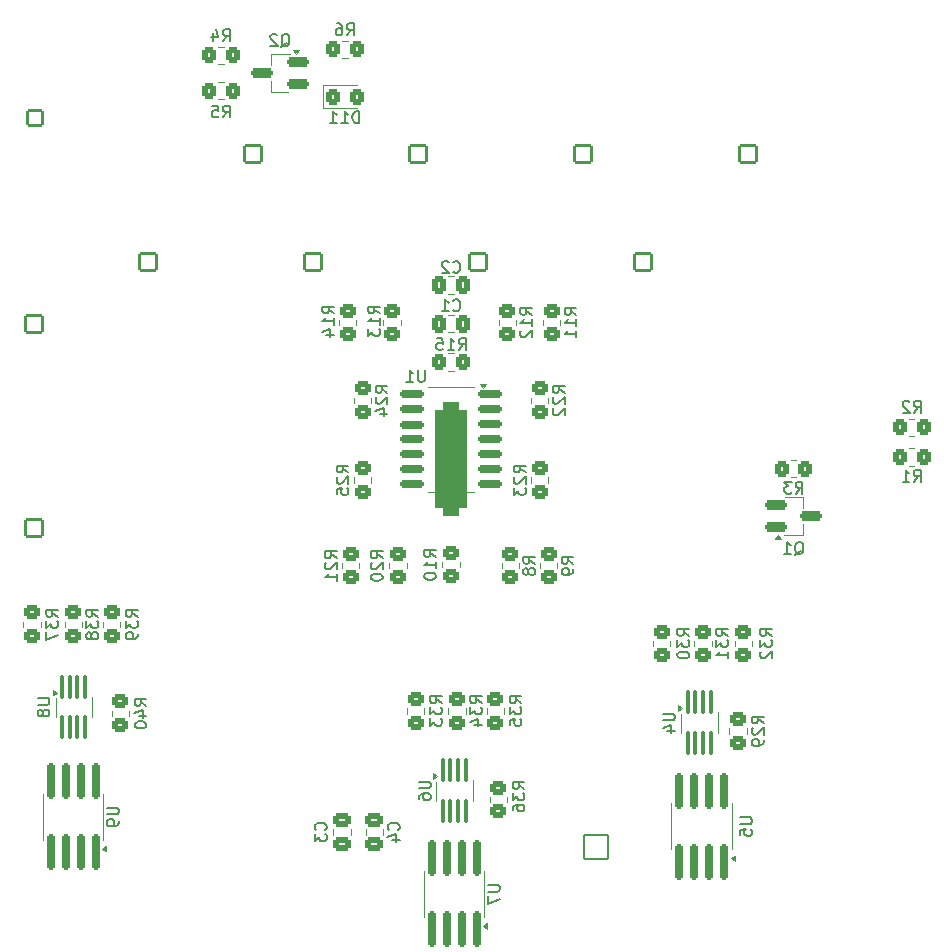
<source format=gbo>
%TF.GenerationSoftware,KiCad,Pcbnew,8.0.1-8.0.1-1~ubuntu22.04.1*%
%TF.CreationDate,2024-04-16T20:31:25-04:00*%
%TF.ProjectId,pdb,7064622e-6b69-4636-9164-5f7063625858,rev?*%
%TF.SameCoordinates,Original*%
%TF.FileFunction,Legend,Bot*%
%TF.FilePolarity,Positive*%
%FSLAX46Y46*%
G04 Gerber Fmt 4.6, Leading zero omitted, Abs format (unit mm)*
G04 Created by KiCad (PCBNEW 8.0.1-8.0.1-1~ubuntu22.04.1) date 2024-04-16 20:31:25*
%MOMM*%
%LPD*%
G01*
G04 APERTURE LIST*
G04 Aperture macros list*
%AMRoundRect*
0 Rectangle with rounded corners*
0 $1 Rounding radius*
0 $2 $3 $4 $5 $6 $7 $8 $9 X,Y pos of 4 corners*
0 Add a 4 corners polygon primitive as box body*
4,1,4,$2,$3,$4,$5,$6,$7,$8,$9,$2,$3,0*
0 Add four circle primitives for the rounded corners*
1,1,$1+$1,$2,$3*
1,1,$1+$1,$4,$5*
1,1,$1+$1,$6,$7*
1,1,$1+$1,$8,$9*
0 Add four rect primitives between the rounded corners*
20,1,$1+$1,$2,$3,$4,$5,0*
20,1,$1+$1,$4,$5,$6,$7,0*
20,1,$1+$1,$6,$7,$8,$9,0*
20,1,$1+$1,$8,$9,$2,$3,0*%
G04 Aperture macros list end*
%ADD10C,0.150000*%
%ADD11C,0.120000*%
%ADD12C,3.350000*%
%ADD13RoundRect,0.102000X0.634000X0.634000X-0.634000X0.634000X-0.634000X-0.634000X0.634000X-0.634000X0*%
%ADD14C,1.472000*%
%ADD15C,2.604000*%
%ADD16C,3.250000*%
%ADD17RoundRect,0.102000X0.704000X0.704000X-0.704000X0.704000X-0.704000X-0.704000X0.704000X-0.704000X0*%
%ADD18C,1.612000*%
%ADD19C,3.300000*%
%ADD20R,1.700000X1.700000*%
%ADD21O,1.700000X1.700000*%
%ADD22C,3.600000*%
%ADD23C,5.600000*%
%ADD24C,2.154000*%
%ADD25RoundRect,0.102000X-0.634000X-0.634000X0.634000X-0.634000X0.634000X0.634000X-0.634000X0.634000X0*%
%ADD26R,1.600000X1.600000*%
%ADD27C,1.600000*%
%ADD28C,3.000000*%
%ADD29RoundRect,0.102000X1.000000X1.000000X-1.000000X1.000000X-1.000000X-1.000000X1.000000X-1.000000X0*%
%ADD30C,2.204000*%
%ADD31RoundRect,0.150000X0.150000X-1.350000X0.150000X1.350000X-0.150000X1.350000X-0.150000X-1.350000X0*%
%ADD32RoundRect,0.250000X-0.450000X0.350000X-0.450000X-0.350000X0.450000X-0.350000X0.450000X0.350000X0*%
%ADD33RoundRect,0.250000X0.450000X-0.350000X0.450000X0.350000X-0.450000X0.350000X-0.450000X-0.350000X0*%
%ADD34RoundRect,0.250000X0.350000X0.450000X-0.350000X0.450000X-0.350000X-0.450000X0.350000X-0.450000X0*%
%ADD35RoundRect,0.200000X0.750000X0.200000X-0.750000X0.200000X-0.750000X-0.200000X0.750000X-0.200000X0*%
%ADD36RoundRect,0.250000X-0.325000X-0.450000X0.325000X-0.450000X0.325000X0.450000X-0.325000X0.450000X0*%
%ADD37RoundRect,0.100000X-0.100000X0.900000X-0.100000X-0.900000X0.100000X-0.900000X0.100000X0.900000X0*%
%ADD38RoundRect,0.250000X-0.337500X-0.475000X0.337500X-0.475000X0.337500X0.475000X-0.337500X0.475000X0*%
%ADD39RoundRect,0.250000X-0.350000X-0.450000X0.350000X-0.450000X0.350000X0.450000X-0.350000X0.450000X0*%
%ADD40RoundRect,0.171250X0.828750X0.171250X-0.828750X0.171250X-0.828750X-0.171250X0.828750X-0.171250X0*%
%ADD41RoundRect,0.162500X0.837500X0.162500X-0.837500X0.162500X-0.837500X-0.162500X0.837500X-0.162500X0*%
%ADD42RoundRect,0.662500X0.662500X4.187500X-0.662500X4.187500X-0.662500X-4.187500X0.662500X-4.187500X0*%
%ADD43RoundRect,0.200000X-0.750000X-0.200000X0.750000X-0.200000X0.750000X0.200000X-0.750000X0.200000X0*%
%ADD44RoundRect,0.250000X0.475000X-0.337500X0.475000X0.337500X-0.475000X0.337500X-0.475000X-0.337500X0*%
G04 APERTURE END LIST*
D10*
X72604819Y-95238095D02*
X73414342Y-95238095D01*
X73414342Y-95238095D02*
X73509580Y-95285714D01*
X73509580Y-95285714D02*
X73557200Y-95333333D01*
X73557200Y-95333333D02*
X73604819Y-95428571D01*
X73604819Y-95428571D02*
X73604819Y-95619047D01*
X73604819Y-95619047D02*
X73557200Y-95714285D01*
X73557200Y-95714285D02*
X73509580Y-95761904D01*
X73509580Y-95761904D02*
X73414342Y-95809523D01*
X73414342Y-95809523D02*
X72604819Y-95809523D01*
X72604819Y-96190476D02*
X72604819Y-96857142D01*
X72604819Y-96857142D02*
X73604819Y-96428571D01*
X75804819Y-60317142D02*
X75328628Y-59983809D01*
X75804819Y-59745714D02*
X74804819Y-59745714D01*
X74804819Y-59745714D02*
X74804819Y-60126666D01*
X74804819Y-60126666D02*
X74852438Y-60221904D01*
X74852438Y-60221904D02*
X74900057Y-60269523D01*
X74900057Y-60269523D02*
X74995295Y-60317142D01*
X74995295Y-60317142D02*
X75138152Y-60317142D01*
X75138152Y-60317142D02*
X75233390Y-60269523D01*
X75233390Y-60269523D02*
X75281009Y-60221904D01*
X75281009Y-60221904D02*
X75328628Y-60126666D01*
X75328628Y-60126666D02*
X75328628Y-59745714D01*
X74900057Y-60698095D02*
X74852438Y-60745714D01*
X74852438Y-60745714D02*
X74804819Y-60840952D01*
X74804819Y-60840952D02*
X74804819Y-61079047D01*
X74804819Y-61079047D02*
X74852438Y-61174285D01*
X74852438Y-61174285D02*
X74900057Y-61221904D01*
X74900057Y-61221904D02*
X74995295Y-61269523D01*
X74995295Y-61269523D02*
X75090533Y-61269523D01*
X75090533Y-61269523D02*
X75233390Y-61221904D01*
X75233390Y-61221904D02*
X75804819Y-60650476D01*
X75804819Y-60650476D02*
X75804819Y-61269523D01*
X74804819Y-61602857D02*
X74804819Y-62221904D01*
X74804819Y-62221904D02*
X75185771Y-61888571D01*
X75185771Y-61888571D02*
X75185771Y-62031428D01*
X75185771Y-62031428D02*
X75233390Y-62126666D01*
X75233390Y-62126666D02*
X75281009Y-62174285D01*
X75281009Y-62174285D02*
X75376247Y-62221904D01*
X75376247Y-62221904D02*
X75614342Y-62221904D01*
X75614342Y-62221904D02*
X75709580Y-62174285D01*
X75709580Y-62174285D02*
X75757200Y-62126666D01*
X75757200Y-62126666D02*
X75804819Y-62031428D01*
X75804819Y-62031428D02*
X75804819Y-61745714D01*
X75804819Y-61745714D02*
X75757200Y-61650476D01*
X75757200Y-61650476D02*
X75709580Y-61602857D01*
X63454819Y-46857142D02*
X62978628Y-46523809D01*
X63454819Y-46285714D02*
X62454819Y-46285714D01*
X62454819Y-46285714D02*
X62454819Y-46666666D01*
X62454819Y-46666666D02*
X62502438Y-46761904D01*
X62502438Y-46761904D02*
X62550057Y-46809523D01*
X62550057Y-46809523D02*
X62645295Y-46857142D01*
X62645295Y-46857142D02*
X62788152Y-46857142D01*
X62788152Y-46857142D02*
X62883390Y-46809523D01*
X62883390Y-46809523D02*
X62931009Y-46761904D01*
X62931009Y-46761904D02*
X62978628Y-46666666D01*
X62978628Y-46666666D02*
X62978628Y-46285714D01*
X63454819Y-47809523D02*
X63454819Y-47238095D01*
X63454819Y-47523809D02*
X62454819Y-47523809D01*
X62454819Y-47523809D02*
X62597676Y-47428571D01*
X62597676Y-47428571D02*
X62692914Y-47333333D01*
X62692914Y-47333333D02*
X62740533Y-47238095D01*
X62454819Y-48142857D02*
X62454819Y-48761904D01*
X62454819Y-48761904D02*
X62835771Y-48428571D01*
X62835771Y-48428571D02*
X62835771Y-48571428D01*
X62835771Y-48571428D02*
X62883390Y-48666666D01*
X62883390Y-48666666D02*
X62931009Y-48714285D01*
X62931009Y-48714285D02*
X63026247Y-48761904D01*
X63026247Y-48761904D02*
X63264342Y-48761904D01*
X63264342Y-48761904D02*
X63359580Y-48714285D01*
X63359580Y-48714285D02*
X63407200Y-48666666D01*
X63407200Y-48666666D02*
X63454819Y-48571428D01*
X63454819Y-48571428D02*
X63454819Y-48285714D01*
X63454819Y-48285714D02*
X63407200Y-48190476D01*
X63407200Y-48190476D02*
X63359580Y-48142857D01*
X60666666Y-23304819D02*
X60999999Y-22828628D01*
X61238094Y-23304819D02*
X61238094Y-22304819D01*
X61238094Y-22304819D02*
X60857142Y-22304819D01*
X60857142Y-22304819D02*
X60761904Y-22352438D01*
X60761904Y-22352438D02*
X60714285Y-22400057D01*
X60714285Y-22400057D02*
X60666666Y-22495295D01*
X60666666Y-22495295D02*
X60666666Y-22638152D01*
X60666666Y-22638152D02*
X60714285Y-22733390D01*
X60714285Y-22733390D02*
X60761904Y-22781009D01*
X60761904Y-22781009D02*
X60857142Y-22828628D01*
X60857142Y-22828628D02*
X61238094Y-22828628D01*
X59809523Y-22304819D02*
X59999999Y-22304819D01*
X59999999Y-22304819D02*
X60095237Y-22352438D01*
X60095237Y-22352438D02*
X60142856Y-22400057D01*
X60142856Y-22400057D02*
X60238094Y-22542914D01*
X60238094Y-22542914D02*
X60285713Y-22733390D01*
X60285713Y-22733390D02*
X60285713Y-23114342D01*
X60285713Y-23114342D02*
X60238094Y-23209580D01*
X60238094Y-23209580D02*
X60190475Y-23257200D01*
X60190475Y-23257200D02*
X60095237Y-23304819D01*
X60095237Y-23304819D02*
X59904761Y-23304819D01*
X59904761Y-23304819D02*
X59809523Y-23257200D01*
X59809523Y-23257200D02*
X59761904Y-23209580D01*
X59761904Y-23209580D02*
X59714285Y-23114342D01*
X59714285Y-23114342D02*
X59714285Y-22876247D01*
X59714285Y-22876247D02*
X59761904Y-22781009D01*
X59761904Y-22781009D02*
X59809523Y-22733390D01*
X59809523Y-22733390D02*
X59904761Y-22685771D01*
X59904761Y-22685771D02*
X60095237Y-22685771D01*
X60095237Y-22685771D02*
X60190475Y-22733390D01*
X60190475Y-22733390D02*
X60238094Y-22781009D01*
X60238094Y-22781009D02*
X60285713Y-22876247D01*
X75704819Y-87107142D02*
X75228628Y-86773809D01*
X75704819Y-86535714D02*
X74704819Y-86535714D01*
X74704819Y-86535714D02*
X74704819Y-86916666D01*
X74704819Y-86916666D02*
X74752438Y-87011904D01*
X74752438Y-87011904D02*
X74800057Y-87059523D01*
X74800057Y-87059523D02*
X74895295Y-87107142D01*
X74895295Y-87107142D02*
X75038152Y-87107142D01*
X75038152Y-87107142D02*
X75133390Y-87059523D01*
X75133390Y-87059523D02*
X75181009Y-87011904D01*
X75181009Y-87011904D02*
X75228628Y-86916666D01*
X75228628Y-86916666D02*
X75228628Y-86535714D01*
X74704819Y-87440476D02*
X74704819Y-88059523D01*
X74704819Y-88059523D02*
X75085771Y-87726190D01*
X75085771Y-87726190D02*
X75085771Y-87869047D01*
X75085771Y-87869047D02*
X75133390Y-87964285D01*
X75133390Y-87964285D02*
X75181009Y-88011904D01*
X75181009Y-88011904D02*
X75276247Y-88059523D01*
X75276247Y-88059523D02*
X75514342Y-88059523D01*
X75514342Y-88059523D02*
X75609580Y-88011904D01*
X75609580Y-88011904D02*
X75657200Y-87964285D01*
X75657200Y-87964285D02*
X75704819Y-87869047D01*
X75704819Y-87869047D02*
X75704819Y-87583333D01*
X75704819Y-87583333D02*
X75657200Y-87488095D01*
X75657200Y-87488095D02*
X75609580Y-87440476D01*
X74704819Y-88916666D02*
X74704819Y-88726190D01*
X74704819Y-88726190D02*
X74752438Y-88630952D01*
X74752438Y-88630952D02*
X74800057Y-88583333D01*
X74800057Y-88583333D02*
X74942914Y-88488095D01*
X74942914Y-88488095D02*
X75133390Y-88440476D01*
X75133390Y-88440476D02*
X75514342Y-88440476D01*
X75514342Y-88440476D02*
X75609580Y-88488095D01*
X75609580Y-88488095D02*
X75657200Y-88535714D01*
X75657200Y-88535714D02*
X75704819Y-88630952D01*
X75704819Y-88630952D02*
X75704819Y-88821428D01*
X75704819Y-88821428D02*
X75657200Y-88916666D01*
X75657200Y-88916666D02*
X75609580Y-88964285D01*
X75609580Y-88964285D02*
X75514342Y-89011904D01*
X75514342Y-89011904D02*
X75276247Y-89011904D01*
X75276247Y-89011904D02*
X75181009Y-88964285D01*
X75181009Y-88964285D02*
X75133390Y-88916666D01*
X75133390Y-88916666D02*
X75085771Y-88821428D01*
X75085771Y-88821428D02*
X75085771Y-88630952D01*
X75085771Y-88630952D02*
X75133390Y-88535714D01*
X75133390Y-88535714D02*
X75181009Y-88488095D01*
X75181009Y-88488095D02*
X75276247Y-88440476D01*
X92934819Y-74147142D02*
X92458628Y-73813809D01*
X92934819Y-73575714D02*
X91934819Y-73575714D01*
X91934819Y-73575714D02*
X91934819Y-73956666D01*
X91934819Y-73956666D02*
X91982438Y-74051904D01*
X91982438Y-74051904D02*
X92030057Y-74099523D01*
X92030057Y-74099523D02*
X92125295Y-74147142D01*
X92125295Y-74147142D02*
X92268152Y-74147142D01*
X92268152Y-74147142D02*
X92363390Y-74099523D01*
X92363390Y-74099523D02*
X92411009Y-74051904D01*
X92411009Y-74051904D02*
X92458628Y-73956666D01*
X92458628Y-73956666D02*
X92458628Y-73575714D01*
X91934819Y-74480476D02*
X91934819Y-75099523D01*
X91934819Y-75099523D02*
X92315771Y-74766190D01*
X92315771Y-74766190D02*
X92315771Y-74909047D01*
X92315771Y-74909047D02*
X92363390Y-75004285D01*
X92363390Y-75004285D02*
X92411009Y-75051904D01*
X92411009Y-75051904D02*
X92506247Y-75099523D01*
X92506247Y-75099523D02*
X92744342Y-75099523D01*
X92744342Y-75099523D02*
X92839580Y-75051904D01*
X92839580Y-75051904D02*
X92887200Y-75004285D01*
X92887200Y-75004285D02*
X92934819Y-74909047D01*
X92934819Y-74909047D02*
X92934819Y-74623333D01*
X92934819Y-74623333D02*
X92887200Y-74528095D01*
X92887200Y-74528095D02*
X92839580Y-74480476D01*
X92934819Y-76051904D02*
X92934819Y-75480476D01*
X92934819Y-75766190D02*
X91934819Y-75766190D01*
X91934819Y-75766190D02*
X92077676Y-75670952D01*
X92077676Y-75670952D02*
X92172914Y-75575714D01*
X92172914Y-75575714D02*
X92220533Y-75480476D01*
X76604819Y-68043333D02*
X76128628Y-67710000D01*
X76604819Y-67471905D02*
X75604819Y-67471905D01*
X75604819Y-67471905D02*
X75604819Y-67852857D01*
X75604819Y-67852857D02*
X75652438Y-67948095D01*
X75652438Y-67948095D02*
X75700057Y-67995714D01*
X75700057Y-67995714D02*
X75795295Y-68043333D01*
X75795295Y-68043333D02*
X75938152Y-68043333D01*
X75938152Y-68043333D02*
X76033390Y-67995714D01*
X76033390Y-67995714D02*
X76081009Y-67948095D01*
X76081009Y-67948095D02*
X76128628Y-67852857D01*
X76128628Y-67852857D02*
X76128628Y-67471905D01*
X76033390Y-68614762D02*
X75985771Y-68519524D01*
X75985771Y-68519524D02*
X75938152Y-68471905D01*
X75938152Y-68471905D02*
X75842914Y-68424286D01*
X75842914Y-68424286D02*
X75795295Y-68424286D01*
X75795295Y-68424286D02*
X75700057Y-68471905D01*
X75700057Y-68471905D02*
X75652438Y-68519524D01*
X75652438Y-68519524D02*
X75604819Y-68614762D01*
X75604819Y-68614762D02*
X75604819Y-68805238D01*
X75604819Y-68805238D02*
X75652438Y-68900476D01*
X75652438Y-68900476D02*
X75700057Y-68948095D01*
X75700057Y-68948095D02*
X75795295Y-68995714D01*
X75795295Y-68995714D02*
X75842914Y-68995714D01*
X75842914Y-68995714D02*
X75938152Y-68948095D01*
X75938152Y-68948095D02*
X75985771Y-68900476D01*
X75985771Y-68900476D02*
X76033390Y-68805238D01*
X76033390Y-68805238D02*
X76033390Y-68614762D01*
X76033390Y-68614762D02*
X76081009Y-68519524D01*
X76081009Y-68519524D02*
X76128628Y-68471905D01*
X76128628Y-68471905D02*
X76223866Y-68424286D01*
X76223866Y-68424286D02*
X76414342Y-68424286D01*
X76414342Y-68424286D02*
X76509580Y-68471905D01*
X76509580Y-68471905D02*
X76557200Y-68519524D01*
X76557200Y-68519524D02*
X76604819Y-68614762D01*
X76604819Y-68614762D02*
X76604819Y-68805238D01*
X76604819Y-68805238D02*
X76557200Y-68900476D01*
X76557200Y-68900476D02*
X76509580Y-68948095D01*
X76509580Y-68948095D02*
X76414342Y-68995714D01*
X76414342Y-68995714D02*
X76223866Y-68995714D01*
X76223866Y-68995714D02*
X76128628Y-68948095D01*
X76128628Y-68948095D02*
X76081009Y-68900476D01*
X76081009Y-68900476D02*
X76033390Y-68805238D01*
X55095238Y-24300057D02*
X55190476Y-24252438D01*
X55190476Y-24252438D02*
X55285714Y-24157200D01*
X55285714Y-24157200D02*
X55428571Y-24014342D01*
X55428571Y-24014342D02*
X55523809Y-23966723D01*
X55523809Y-23966723D02*
X55619047Y-23966723D01*
X55571428Y-24204819D02*
X55666666Y-24157200D01*
X55666666Y-24157200D02*
X55761904Y-24061961D01*
X55761904Y-24061961D02*
X55809523Y-23871485D01*
X55809523Y-23871485D02*
X55809523Y-23538152D01*
X55809523Y-23538152D02*
X55761904Y-23347676D01*
X55761904Y-23347676D02*
X55666666Y-23252438D01*
X55666666Y-23252438D02*
X55571428Y-23204819D01*
X55571428Y-23204819D02*
X55380952Y-23204819D01*
X55380952Y-23204819D02*
X55285714Y-23252438D01*
X55285714Y-23252438D02*
X55190476Y-23347676D01*
X55190476Y-23347676D02*
X55142857Y-23538152D01*
X55142857Y-23538152D02*
X55142857Y-23871485D01*
X55142857Y-23871485D02*
X55190476Y-24061961D01*
X55190476Y-24061961D02*
X55285714Y-24157200D01*
X55285714Y-24157200D02*
X55380952Y-24204819D01*
X55380952Y-24204819D02*
X55571428Y-24204819D01*
X54761904Y-23300057D02*
X54714285Y-23252438D01*
X54714285Y-23252438D02*
X54619047Y-23204819D01*
X54619047Y-23204819D02*
X54380952Y-23204819D01*
X54380952Y-23204819D02*
X54285714Y-23252438D01*
X54285714Y-23252438D02*
X54238095Y-23300057D01*
X54238095Y-23300057D02*
X54190476Y-23395295D01*
X54190476Y-23395295D02*
X54190476Y-23490533D01*
X54190476Y-23490533D02*
X54238095Y-23633390D01*
X54238095Y-23633390D02*
X54809523Y-24204819D01*
X54809523Y-24204819D02*
X54190476Y-24204819D01*
X59804819Y-67567142D02*
X59328628Y-67233809D01*
X59804819Y-66995714D02*
X58804819Y-66995714D01*
X58804819Y-66995714D02*
X58804819Y-67376666D01*
X58804819Y-67376666D02*
X58852438Y-67471904D01*
X58852438Y-67471904D02*
X58900057Y-67519523D01*
X58900057Y-67519523D02*
X58995295Y-67567142D01*
X58995295Y-67567142D02*
X59138152Y-67567142D01*
X59138152Y-67567142D02*
X59233390Y-67519523D01*
X59233390Y-67519523D02*
X59281009Y-67471904D01*
X59281009Y-67471904D02*
X59328628Y-67376666D01*
X59328628Y-67376666D02*
X59328628Y-66995714D01*
X58900057Y-67948095D02*
X58852438Y-67995714D01*
X58852438Y-67995714D02*
X58804819Y-68090952D01*
X58804819Y-68090952D02*
X58804819Y-68329047D01*
X58804819Y-68329047D02*
X58852438Y-68424285D01*
X58852438Y-68424285D02*
X58900057Y-68471904D01*
X58900057Y-68471904D02*
X58995295Y-68519523D01*
X58995295Y-68519523D02*
X59090533Y-68519523D01*
X59090533Y-68519523D02*
X59233390Y-68471904D01*
X59233390Y-68471904D02*
X59804819Y-67900476D01*
X59804819Y-67900476D02*
X59804819Y-68519523D01*
X59804819Y-69471904D02*
X59804819Y-68900476D01*
X59804819Y-69186190D02*
X58804819Y-69186190D01*
X58804819Y-69186190D02*
X58947676Y-69090952D01*
X58947676Y-69090952D02*
X59042914Y-68995714D01*
X59042914Y-68995714D02*
X59090533Y-68900476D01*
X75454819Y-79857142D02*
X74978628Y-79523809D01*
X75454819Y-79285714D02*
X74454819Y-79285714D01*
X74454819Y-79285714D02*
X74454819Y-79666666D01*
X74454819Y-79666666D02*
X74502438Y-79761904D01*
X74502438Y-79761904D02*
X74550057Y-79809523D01*
X74550057Y-79809523D02*
X74645295Y-79857142D01*
X74645295Y-79857142D02*
X74788152Y-79857142D01*
X74788152Y-79857142D02*
X74883390Y-79809523D01*
X74883390Y-79809523D02*
X74931009Y-79761904D01*
X74931009Y-79761904D02*
X74978628Y-79666666D01*
X74978628Y-79666666D02*
X74978628Y-79285714D01*
X74454819Y-80190476D02*
X74454819Y-80809523D01*
X74454819Y-80809523D02*
X74835771Y-80476190D01*
X74835771Y-80476190D02*
X74835771Y-80619047D01*
X74835771Y-80619047D02*
X74883390Y-80714285D01*
X74883390Y-80714285D02*
X74931009Y-80761904D01*
X74931009Y-80761904D02*
X75026247Y-80809523D01*
X75026247Y-80809523D02*
X75264342Y-80809523D01*
X75264342Y-80809523D02*
X75359580Y-80761904D01*
X75359580Y-80761904D02*
X75407200Y-80714285D01*
X75407200Y-80714285D02*
X75454819Y-80619047D01*
X75454819Y-80619047D02*
X75454819Y-80333333D01*
X75454819Y-80333333D02*
X75407200Y-80238095D01*
X75407200Y-80238095D02*
X75359580Y-80190476D01*
X74454819Y-81714285D02*
X74454819Y-81238095D01*
X74454819Y-81238095D02*
X74931009Y-81190476D01*
X74931009Y-81190476D02*
X74883390Y-81238095D01*
X74883390Y-81238095D02*
X74835771Y-81333333D01*
X74835771Y-81333333D02*
X74835771Y-81571428D01*
X74835771Y-81571428D02*
X74883390Y-81666666D01*
X74883390Y-81666666D02*
X74931009Y-81714285D01*
X74931009Y-81714285D02*
X75026247Y-81761904D01*
X75026247Y-81761904D02*
X75264342Y-81761904D01*
X75264342Y-81761904D02*
X75359580Y-81714285D01*
X75359580Y-81714285D02*
X75407200Y-81666666D01*
X75407200Y-81666666D02*
X75454819Y-81571428D01*
X75454819Y-81571428D02*
X75454819Y-81333333D01*
X75454819Y-81333333D02*
X75407200Y-81238095D01*
X75407200Y-81238095D02*
X75359580Y-81190476D01*
X50166666Y-23804819D02*
X50499999Y-23328628D01*
X50738094Y-23804819D02*
X50738094Y-22804819D01*
X50738094Y-22804819D02*
X50357142Y-22804819D01*
X50357142Y-22804819D02*
X50261904Y-22852438D01*
X50261904Y-22852438D02*
X50214285Y-22900057D01*
X50214285Y-22900057D02*
X50166666Y-22995295D01*
X50166666Y-22995295D02*
X50166666Y-23138152D01*
X50166666Y-23138152D02*
X50214285Y-23233390D01*
X50214285Y-23233390D02*
X50261904Y-23281009D01*
X50261904Y-23281009D02*
X50357142Y-23328628D01*
X50357142Y-23328628D02*
X50738094Y-23328628D01*
X49309523Y-23138152D02*
X49309523Y-23804819D01*
X49547618Y-22757200D02*
X49785713Y-23471485D01*
X49785713Y-23471485D02*
X49166666Y-23471485D01*
X61714285Y-30754819D02*
X61714285Y-29754819D01*
X61714285Y-29754819D02*
X61476190Y-29754819D01*
X61476190Y-29754819D02*
X61333333Y-29802438D01*
X61333333Y-29802438D02*
X61238095Y-29897676D01*
X61238095Y-29897676D02*
X61190476Y-29992914D01*
X61190476Y-29992914D02*
X61142857Y-30183390D01*
X61142857Y-30183390D02*
X61142857Y-30326247D01*
X61142857Y-30326247D02*
X61190476Y-30516723D01*
X61190476Y-30516723D02*
X61238095Y-30611961D01*
X61238095Y-30611961D02*
X61333333Y-30707200D01*
X61333333Y-30707200D02*
X61476190Y-30754819D01*
X61476190Y-30754819D02*
X61714285Y-30754819D01*
X60190476Y-30754819D02*
X60761904Y-30754819D01*
X60476190Y-30754819D02*
X60476190Y-29754819D01*
X60476190Y-29754819D02*
X60571428Y-29897676D01*
X60571428Y-29897676D02*
X60666666Y-29992914D01*
X60666666Y-29992914D02*
X60761904Y-30040533D01*
X59238095Y-30754819D02*
X59809523Y-30754819D01*
X59523809Y-30754819D02*
X59523809Y-29754819D01*
X59523809Y-29754819D02*
X59619047Y-29897676D01*
X59619047Y-29897676D02*
X59714285Y-29992914D01*
X59714285Y-29992914D02*
X59809523Y-30040533D01*
X87454819Y-80738095D02*
X88264342Y-80738095D01*
X88264342Y-80738095D02*
X88359580Y-80785714D01*
X88359580Y-80785714D02*
X88407200Y-80833333D01*
X88407200Y-80833333D02*
X88454819Y-80928571D01*
X88454819Y-80928571D02*
X88454819Y-81119047D01*
X88454819Y-81119047D02*
X88407200Y-81214285D01*
X88407200Y-81214285D02*
X88359580Y-81261904D01*
X88359580Y-81261904D02*
X88264342Y-81309523D01*
X88264342Y-81309523D02*
X87454819Y-81309523D01*
X87788152Y-82214285D02*
X88454819Y-82214285D01*
X87407200Y-81976190D02*
X88121485Y-81738095D01*
X88121485Y-81738095D02*
X88121485Y-82357142D01*
X72104819Y-79857142D02*
X71628628Y-79523809D01*
X72104819Y-79285714D02*
X71104819Y-79285714D01*
X71104819Y-79285714D02*
X71104819Y-79666666D01*
X71104819Y-79666666D02*
X71152438Y-79761904D01*
X71152438Y-79761904D02*
X71200057Y-79809523D01*
X71200057Y-79809523D02*
X71295295Y-79857142D01*
X71295295Y-79857142D02*
X71438152Y-79857142D01*
X71438152Y-79857142D02*
X71533390Y-79809523D01*
X71533390Y-79809523D02*
X71581009Y-79761904D01*
X71581009Y-79761904D02*
X71628628Y-79666666D01*
X71628628Y-79666666D02*
X71628628Y-79285714D01*
X71104819Y-80190476D02*
X71104819Y-80809523D01*
X71104819Y-80809523D02*
X71485771Y-80476190D01*
X71485771Y-80476190D02*
X71485771Y-80619047D01*
X71485771Y-80619047D02*
X71533390Y-80714285D01*
X71533390Y-80714285D02*
X71581009Y-80761904D01*
X71581009Y-80761904D02*
X71676247Y-80809523D01*
X71676247Y-80809523D02*
X71914342Y-80809523D01*
X71914342Y-80809523D02*
X72009580Y-80761904D01*
X72009580Y-80761904D02*
X72057200Y-80714285D01*
X72057200Y-80714285D02*
X72104819Y-80619047D01*
X72104819Y-80619047D02*
X72104819Y-80333333D01*
X72104819Y-80333333D02*
X72057200Y-80238095D01*
X72057200Y-80238095D02*
X72009580Y-80190476D01*
X71438152Y-81666666D02*
X72104819Y-81666666D01*
X71057200Y-81428571D02*
X71771485Y-81190476D01*
X71771485Y-81190476D02*
X71771485Y-81809523D01*
X43704819Y-80067142D02*
X43228628Y-79733809D01*
X43704819Y-79495714D02*
X42704819Y-79495714D01*
X42704819Y-79495714D02*
X42704819Y-79876666D01*
X42704819Y-79876666D02*
X42752438Y-79971904D01*
X42752438Y-79971904D02*
X42800057Y-80019523D01*
X42800057Y-80019523D02*
X42895295Y-80067142D01*
X42895295Y-80067142D02*
X43038152Y-80067142D01*
X43038152Y-80067142D02*
X43133390Y-80019523D01*
X43133390Y-80019523D02*
X43181009Y-79971904D01*
X43181009Y-79971904D02*
X43228628Y-79876666D01*
X43228628Y-79876666D02*
X43228628Y-79495714D01*
X43038152Y-80924285D02*
X43704819Y-80924285D01*
X42657200Y-80686190D02*
X43371485Y-80448095D01*
X43371485Y-80448095D02*
X43371485Y-81067142D01*
X42704819Y-81638571D02*
X42704819Y-81733809D01*
X42704819Y-81733809D02*
X42752438Y-81829047D01*
X42752438Y-81829047D02*
X42800057Y-81876666D01*
X42800057Y-81876666D02*
X42895295Y-81924285D01*
X42895295Y-81924285D02*
X43085771Y-81971904D01*
X43085771Y-81971904D02*
X43323866Y-81971904D01*
X43323866Y-81971904D02*
X43514342Y-81924285D01*
X43514342Y-81924285D02*
X43609580Y-81876666D01*
X43609580Y-81876666D02*
X43657200Y-81829047D01*
X43657200Y-81829047D02*
X43704819Y-81733809D01*
X43704819Y-81733809D02*
X43704819Y-81638571D01*
X43704819Y-81638571D02*
X43657200Y-81543333D01*
X43657200Y-81543333D02*
X43609580Y-81495714D01*
X43609580Y-81495714D02*
X43514342Y-81448095D01*
X43514342Y-81448095D02*
X43323866Y-81400476D01*
X43323866Y-81400476D02*
X43085771Y-81400476D01*
X43085771Y-81400476D02*
X42895295Y-81448095D01*
X42895295Y-81448095D02*
X42800057Y-81495714D01*
X42800057Y-81495714D02*
X42752438Y-81543333D01*
X42752438Y-81543333D02*
X42704819Y-81638571D01*
X42954819Y-72527142D02*
X42478628Y-72193809D01*
X42954819Y-71955714D02*
X41954819Y-71955714D01*
X41954819Y-71955714D02*
X41954819Y-72336666D01*
X41954819Y-72336666D02*
X42002438Y-72431904D01*
X42002438Y-72431904D02*
X42050057Y-72479523D01*
X42050057Y-72479523D02*
X42145295Y-72527142D01*
X42145295Y-72527142D02*
X42288152Y-72527142D01*
X42288152Y-72527142D02*
X42383390Y-72479523D01*
X42383390Y-72479523D02*
X42431009Y-72431904D01*
X42431009Y-72431904D02*
X42478628Y-72336666D01*
X42478628Y-72336666D02*
X42478628Y-71955714D01*
X41954819Y-72860476D02*
X41954819Y-73479523D01*
X41954819Y-73479523D02*
X42335771Y-73146190D01*
X42335771Y-73146190D02*
X42335771Y-73289047D01*
X42335771Y-73289047D02*
X42383390Y-73384285D01*
X42383390Y-73384285D02*
X42431009Y-73431904D01*
X42431009Y-73431904D02*
X42526247Y-73479523D01*
X42526247Y-73479523D02*
X42764342Y-73479523D01*
X42764342Y-73479523D02*
X42859580Y-73431904D01*
X42859580Y-73431904D02*
X42907200Y-73384285D01*
X42907200Y-73384285D02*
X42954819Y-73289047D01*
X42954819Y-73289047D02*
X42954819Y-73003333D01*
X42954819Y-73003333D02*
X42907200Y-72908095D01*
X42907200Y-72908095D02*
X42859580Y-72860476D01*
X42954819Y-73955714D02*
X42954819Y-74146190D01*
X42954819Y-74146190D02*
X42907200Y-74241428D01*
X42907200Y-74241428D02*
X42859580Y-74289047D01*
X42859580Y-74289047D02*
X42716723Y-74384285D01*
X42716723Y-74384285D02*
X42526247Y-74431904D01*
X42526247Y-74431904D02*
X42145295Y-74431904D01*
X42145295Y-74431904D02*
X42050057Y-74384285D01*
X42050057Y-74384285D02*
X42002438Y-74336666D01*
X42002438Y-74336666D02*
X41954819Y-74241428D01*
X41954819Y-74241428D02*
X41954819Y-74050952D01*
X41954819Y-74050952D02*
X42002438Y-73955714D01*
X42002438Y-73955714D02*
X42050057Y-73908095D01*
X42050057Y-73908095D02*
X42145295Y-73860476D01*
X42145295Y-73860476D02*
X42383390Y-73860476D01*
X42383390Y-73860476D02*
X42478628Y-73908095D01*
X42478628Y-73908095D02*
X42526247Y-73955714D01*
X42526247Y-73955714D02*
X42573866Y-74050952D01*
X42573866Y-74050952D02*
X42573866Y-74241428D01*
X42573866Y-74241428D02*
X42526247Y-74336666D01*
X42526247Y-74336666D02*
X42478628Y-74384285D01*
X42478628Y-74384285D02*
X42383390Y-74431904D01*
X80104819Y-46977142D02*
X79628628Y-46643809D01*
X80104819Y-46405714D02*
X79104819Y-46405714D01*
X79104819Y-46405714D02*
X79104819Y-46786666D01*
X79104819Y-46786666D02*
X79152438Y-46881904D01*
X79152438Y-46881904D02*
X79200057Y-46929523D01*
X79200057Y-46929523D02*
X79295295Y-46977142D01*
X79295295Y-46977142D02*
X79438152Y-46977142D01*
X79438152Y-46977142D02*
X79533390Y-46929523D01*
X79533390Y-46929523D02*
X79581009Y-46881904D01*
X79581009Y-46881904D02*
X79628628Y-46786666D01*
X79628628Y-46786666D02*
X79628628Y-46405714D01*
X80104819Y-47929523D02*
X80104819Y-47358095D01*
X80104819Y-47643809D02*
X79104819Y-47643809D01*
X79104819Y-47643809D02*
X79247676Y-47548571D01*
X79247676Y-47548571D02*
X79342914Y-47453333D01*
X79342914Y-47453333D02*
X79390533Y-47358095D01*
X80104819Y-48881904D02*
X80104819Y-48310476D01*
X80104819Y-48596190D02*
X79104819Y-48596190D01*
X79104819Y-48596190D02*
X79247676Y-48500952D01*
X79247676Y-48500952D02*
X79342914Y-48405714D01*
X79342914Y-48405714D02*
X79390533Y-48310476D01*
X69666666Y-46569580D02*
X69714285Y-46617200D01*
X69714285Y-46617200D02*
X69857142Y-46664819D01*
X69857142Y-46664819D02*
X69952380Y-46664819D01*
X69952380Y-46664819D02*
X70095237Y-46617200D01*
X70095237Y-46617200D02*
X70190475Y-46521961D01*
X70190475Y-46521961D02*
X70238094Y-46426723D01*
X70238094Y-46426723D02*
X70285713Y-46236247D01*
X70285713Y-46236247D02*
X70285713Y-46093390D01*
X70285713Y-46093390D02*
X70238094Y-45902914D01*
X70238094Y-45902914D02*
X70190475Y-45807676D01*
X70190475Y-45807676D02*
X70095237Y-45712438D01*
X70095237Y-45712438D02*
X69952380Y-45664819D01*
X69952380Y-45664819D02*
X69857142Y-45664819D01*
X69857142Y-45664819D02*
X69714285Y-45712438D01*
X69714285Y-45712438D02*
X69666666Y-45760057D01*
X68714285Y-46664819D02*
X69285713Y-46664819D01*
X68999999Y-46664819D02*
X68999999Y-45664819D01*
X68999999Y-45664819D02*
X69095237Y-45807676D01*
X69095237Y-45807676D02*
X69190475Y-45902914D01*
X69190475Y-45902914D02*
X69285713Y-45950533D01*
X95954819Y-81557142D02*
X95478628Y-81223809D01*
X95954819Y-80985714D02*
X94954819Y-80985714D01*
X94954819Y-80985714D02*
X94954819Y-81366666D01*
X94954819Y-81366666D02*
X95002438Y-81461904D01*
X95002438Y-81461904D02*
X95050057Y-81509523D01*
X95050057Y-81509523D02*
X95145295Y-81557142D01*
X95145295Y-81557142D02*
X95288152Y-81557142D01*
X95288152Y-81557142D02*
X95383390Y-81509523D01*
X95383390Y-81509523D02*
X95431009Y-81461904D01*
X95431009Y-81461904D02*
X95478628Y-81366666D01*
X95478628Y-81366666D02*
X95478628Y-80985714D01*
X95050057Y-81938095D02*
X95002438Y-81985714D01*
X95002438Y-81985714D02*
X94954819Y-82080952D01*
X94954819Y-82080952D02*
X94954819Y-82319047D01*
X94954819Y-82319047D02*
X95002438Y-82414285D01*
X95002438Y-82414285D02*
X95050057Y-82461904D01*
X95050057Y-82461904D02*
X95145295Y-82509523D01*
X95145295Y-82509523D02*
X95240533Y-82509523D01*
X95240533Y-82509523D02*
X95383390Y-82461904D01*
X95383390Y-82461904D02*
X95954819Y-81890476D01*
X95954819Y-81890476D02*
X95954819Y-82509523D01*
X95954819Y-82985714D02*
X95954819Y-83176190D01*
X95954819Y-83176190D02*
X95907200Y-83271428D01*
X95907200Y-83271428D02*
X95859580Y-83319047D01*
X95859580Y-83319047D02*
X95716723Y-83414285D01*
X95716723Y-83414285D02*
X95526247Y-83461904D01*
X95526247Y-83461904D02*
X95145295Y-83461904D01*
X95145295Y-83461904D02*
X95050057Y-83414285D01*
X95050057Y-83414285D02*
X95002438Y-83366666D01*
X95002438Y-83366666D02*
X94954819Y-83271428D01*
X94954819Y-83271428D02*
X94954819Y-83080952D01*
X94954819Y-83080952D02*
X95002438Y-82985714D01*
X95002438Y-82985714D02*
X95050057Y-82938095D01*
X95050057Y-82938095D02*
X95145295Y-82890476D01*
X95145295Y-82890476D02*
X95383390Y-82890476D01*
X95383390Y-82890476D02*
X95478628Y-82938095D01*
X95478628Y-82938095D02*
X95526247Y-82985714D01*
X95526247Y-82985714D02*
X95573866Y-83080952D01*
X95573866Y-83080952D02*
X95573866Y-83271428D01*
X95573866Y-83271428D02*
X95526247Y-83366666D01*
X95526247Y-83366666D02*
X95478628Y-83414285D01*
X95478628Y-83414285D02*
X95383390Y-83461904D01*
X50166666Y-30254819D02*
X50499999Y-29778628D01*
X50738094Y-30254819D02*
X50738094Y-29254819D01*
X50738094Y-29254819D02*
X50357142Y-29254819D01*
X50357142Y-29254819D02*
X50261904Y-29302438D01*
X50261904Y-29302438D02*
X50214285Y-29350057D01*
X50214285Y-29350057D02*
X50166666Y-29445295D01*
X50166666Y-29445295D02*
X50166666Y-29588152D01*
X50166666Y-29588152D02*
X50214285Y-29683390D01*
X50214285Y-29683390D02*
X50261904Y-29731009D01*
X50261904Y-29731009D02*
X50357142Y-29778628D01*
X50357142Y-29778628D02*
X50738094Y-29778628D01*
X49261904Y-29254819D02*
X49738094Y-29254819D01*
X49738094Y-29254819D02*
X49785713Y-29731009D01*
X49785713Y-29731009D02*
X49738094Y-29683390D01*
X49738094Y-29683390D02*
X49642856Y-29635771D01*
X49642856Y-29635771D02*
X49404761Y-29635771D01*
X49404761Y-29635771D02*
X49309523Y-29683390D01*
X49309523Y-29683390D02*
X49261904Y-29731009D01*
X49261904Y-29731009D02*
X49214285Y-29826247D01*
X49214285Y-29826247D02*
X49214285Y-30064342D01*
X49214285Y-30064342D02*
X49261904Y-30159580D01*
X49261904Y-30159580D02*
X49309523Y-30207200D01*
X49309523Y-30207200D02*
X49404761Y-30254819D01*
X49404761Y-30254819D02*
X49642856Y-30254819D01*
X49642856Y-30254819D02*
X49738094Y-30207200D01*
X49738094Y-30207200D02*
X49785713Y-30159580D01*
X67261904Y-51642319D02*
X67261904Y-52451842D01*
X67261904Y-52451842D02*
X67214285Y-52547080D01*
X67214285Y-52547080D02*
X67166666Y-52594700D01*
X67166666Y-52594700D02*
X67071428Y-52642319D01*
X67071428Y-52642319D02*
X66880952Y-52642319D01*
X66880952Y-52642319D02*
X66785714Y-52594700D01*
X66785714Y-52594700D02*
X66738095Y-52547080D01*
X66738095Y-52547080D02*
X66690476Y-52451842D01*
X66690476Y-52451842D02*
X66690476Y-51642319D01*
X65690476Y-52642319D02*
X66261904Y-52642319D01*
X65976190Y-52642319D02*
X65976190Y-51642319D01*
X65976190Y-51642319D02*
X66071428Y-51785176D01*
X66071428Y-51785176D02*
X66166666Y-51880414D01*
X66166666Y-51880414D02*
X66261904Y-51928033D01*
X76354819Y-46977142D02*
X75878628Y-46643809D01*
X76354819Y-46405714D02*
X75354819Y-46405714D01*
X75354819Y-46405714D02*
X75354819Y-46786666D01*
X75354819Y-46786666D02*
X75402438Y-46881904D01*
X75402438Y-46881904D02*
X75450057Y-46929523D01*
X75450057Y-46929523D02*
X75545295Y-46977142D01*
X75545295Y-46977142D02*
X75688152Y-46977142D01*
X75688152Y-46977142D02*
X75783390Y-46929523D01*
X75783390Y-46929523D02*
X75831009Y-46881904D01*
X75831009Y-46881904D02*
X75878628Y-46786666D01*
X75878628Y-46786666D02*
X75878628Y-46405714D01*
X76354819Y-47929523D02*
X76354819Y-47358095D01*
X76354819Y-47643809D02*
X75354819Y-47643809D01*
X75354819Y-47643809D02*
X75497676Y-47548571D01*
X75497676Y-47548571D02*
X75592914Y-47453333D01*
X75592914Y-47453333D02*
X75640533Y-47358095D01*
X75450057Y-48310476D02*
X75402438Y-48358095D01*
X75402438Y-48358095D02*
X75354819Y-48453333D01*
X75354819Y-48453333D02*
X75354819Y-48691428D01*
X75354819Y-48691428D02*
X75402438Y-48786666D01*
X75402438Y-48786666D02*
X75450057Y-48834285D01*
X75450057Y-48834285D02*
X75545295Y-48881904D01*
X75545295Y-48881904D02*
X75640533Y-48881904D01*
X75640533Y-48881904D02*
X75783390Y-48834285D01*
X75783390Y-48834285D02*
X76354819Y-48262857D01*
X76354819Y-48262857D02*
X76354819Y-48881904D01*
X66754819Y-86488095D02*
X67564342Y-86488095D01*
X67564342Y-86488095D02*
X67659580Y-86535714D01*
X67659580Y-86535714D02*
X67707200Y-86583333D01*
X67707200Y-86583333D02*
X67754819Y-86678571D01*
X67754819Y-86678571D02*
X67754819Y-86869047D01*
X67754819Y-86869047D02*
X67707200Y-86964285D01*
X67707200Y-86964285D02*
X67659580Y-87011904D01*
X67659580Y-87011904D02*
X67564342Y-87059523D01*
X67564342Y-87059523D02*
X66754819Y-87059523D01*
X66754819Y-87964285D02*
X66754819Y-87773809D01*
X66754819Y-87773809D02*
X66802438Y-87678571D01*
X66802438Y-87678571D02*
X66850057Y-87630952D01*
X66850057Y-87630952D02*
X66992914Y-87535714D01*
X66992914Y-87535714D02*
X67183390Y-87488095D01*
X67183390Y-87488095D02*
X67564342Y-87488095D01*
X67564342Y-87488095D02*
X67659580Y-87535714D01*
X67659580Y-87535714D02*
X67707200Y-87583333D01*
X67707200Y-87583333D02*
X67754819Y-87678571D01*
X67754819Y-87678571D02*
X67754819Y-87869047D01*
X67754819Y-87869047D02*
X67707200Y-87964285D01*
X67707200Y-87964285D02*
X67659580Y-88011904D01*
X67659580Y-88011904D02*
X67564342Y-88059523D01*
X67564342Y-88059523D02*
X67326247Y-88059523D01*
X67326247Y-88059523D02*
X67231009Y-88011904D01*
X67231009Y-88011904D02*
X67183390Y-87964285D01*
X67183390Y-87964285D02*
X67135771Y-87869047D01*
X67135771Y-87869047D02*
X67135771Y-87678571D01*
X67135771Y-87678571D02*
X67183390Y-87583333D01*
X67183390Y-87583333D02*
X67231009Y-87535714D01*
X67231009Y-87535714D02*
X67326247Y-87488095D01*
X64104819Y-53567142D02*
X63628628Y-53233809D01*
X64104819Y-52995714D02*
X63104819Y-52995714D01*
X63104819Y-52995714D02*
X63104819Y-53376666D01*
X63104819Y-53376666D02*
X63152438Y-53471904D01*
X63152438Y-53471904D02*
X63200057Y-53519523D01*
X63200057Y-53519523D02*
X63295295Y-53567142D01*
X63295295Y-53567142D02*
X63438152Y-53567142D01*
X63438152Y-53567142D02*
X63533390Y-53519523D01*
X63533390Y-53519523D02*
X63581009Y-53471904D01*
X63581009Y-53471904D02*
X63628628Y-53376666D01*
X63628628Y-53376666D02*
X63628628Y-52995714D01*
X63200057Y-53948095D02*
X63152438Y-53995714D01*
X63152438Y-53995714D02*
X63104819Y-54090952D01*
X63104819Y-54090952D02*
X63104819Y-54329047D01*
X63104819Y-54329047D02*
X63152438Y-54424285D01*
X63152438Y-54424285D02*
X63200057Y-54471904D01*
X63200057Y-54471904D02*
X63295295Y-54519523D01*
X63295295Y-54519523D02*
X63390533Y-54519523D01*
X63390533Y-54519523D02*
X63533390Y-54471904D01*
X63533390Y-54471904D02*
X64104819Y-53900476D01*
X64104819Y-53900476D02*
X64104819Y-54519523D01*
X63438152Y-55376666D02*
X64104819Y-55376666D01*
X63057200Y-55138571D02*
X63771485Y-54900476D01*
X63771485Y-54900476D02*
X63771485Y-55519523D01*
X98666666Y-62104819D02*
X98999999Y-61628628D01*
X99238094Y-62104819D02*
X99238094Y-61104819D01*
X99238094Y-61104819D02*
X98857142Y-61104819D01*
X98857142Y-61104819D02*
X98761904Y-61152438D01*
X98761904Y-61152438D02*
X98714285Y-61200057D01*
X98714285Y-61200057D02*
X98666666Y-61295295D01*
X98666666Y-61295295D02*
X98666666Y-61438152D01*
X98666666Y-61438152D02*
X98714285Y-61533390D01*
X98714285Y-61533390D02*
X98761904Y-61581009D01*
X98761904Y-61581009D02*
X98857142Y-61628628D01*
X98857142Y-61628628D02*
X99238094Y-61628628D01*
X98333332Y-61104819D02*
X97714285Y-61104819D01*
X97714285Y-61104819D02*
X98047618Y-61485771D01*
X98047618Y-61485771D02*
X97904761Y-61485771D01*
X97904761Y-61485771D02*
X97809523Y-61533390D01*
X97809523Y-61533390D02*
X97761904Y-61581009D01*
X97761904Y-61581009D02*
X97714285Y-61676247D01*
X97714285Y-61676247D02*
X97714285Y-61914342D01*
X97714285Y-61914342D02*
X97761904Y-62009580D01*
X97761904Y-62009580D02*
X97809523Y-62057200D01*
X97809523Y-62057200D02*
X97904761Y-62104819D01*
X97904761Y-62104819D02*
X98190475Y-62104819D01*
X98190475Y-62104819D02*
X98285713Y-62057200D01*
X98285713Y-62057200D02*
X98333332Y-62009580D01*
X79854819Y-68043333D02*
X79378628Y-67710000D01*
X79854819Y-67471905D02*
X78854819Y-67471905D01*
X78854819Y-67471905D02*
X78854819Y-67852857D01*
X78854819Y-67852857D02*
X78902438Y-67948095D01*
X78902438Y-67948095D02*
X78950057Y-67995714D01*
X78950057Y-67995714D02*
X79045295Y-68043333D01*
X79045295Y-68043333D02*
X79188152Y-68043333D01*
X79188152Y-68043333D02*
X79283390Y-67995714D01*
X79283390Y-67995714D02*
X79331009Y-67948095D01*
X79331009Y-67948095D02*
X79378628Y-67852857D01*
X79378628Y-67852857D02*
X79378628Y-67471905D01*
X79854819Y-68519524D02*
X79854819Y-68710000D01*
X79854819Y-68710000D02*
X79807200Y-68805238D01*
X79807200Y-68805238D02*
X79759580Y-68852857D01*
X79759580Y-68852857D02*
X79616723Y-68948095D01*
X79616723Y-68948095D02*
X79426247Y-68995714D01*
X79426247Y-68995714D02*
X79045295Y-68995714D01*
X79045295Y-68995714D02*
X78950057Y-68948095D01*
X78950057Y-68948095D02*
X78902438Y-68900476D01*
X78902438Y-68900476D02*
X78854819Y-68805238D01*
X78854819Y-68805238D02*
X78854819Y-68614762D01*
X78854819Y-68614762D02*
X78902438Y-68519524D01*
X78902438Y-68519524D02*
X78950057Y-68471905D01*
X78950057Y-68471905D02*
X79045295Y-68424286D01*
X79045295Y-68424286D02*
X79283390Y-68424286D01*
X79283390Y-68424286D02*
X79378628Y-68471905D01*
X79378628Y-68471905D02*
X79426247Y-68519524D01*
X79426247Y-68519524D02*
X79473866Y-68614762D01*
X79473866Y-68614762D02*
X79473866Y-68805238D01*
X79473866Y-68805238D02*
X79426247Y-68900476D01*
X79426247Y-68900476D02*
X79378628Y-68948095D01*
X79378628Y-68948095D02*
X79283390Y-68995714D01*
X63704819Y-67567142D02*
X63228628Y-67233809D01*
X63704819Y-66995714D02*
X62704819Y-66995714D01*
X62704819Y-66995714D02*
X62704819Y-67376666D01*
X62704819Y-67376666D02*
X62752438Y-67471904D01*
X62752438Y-67471904D02*
X62800057Y-67519523D01*
X62800057Y-67519523D02*
X62895295Y-67567142D01*
X62895295Y-67567142D02*
X63038152Y-67567142D01*
X63038152Y-67567142D02*
X63133390Y-67519523D01*
X63133390Y-67519523D02*
X63181009Y-67471904D01*
X63181009Y-67471904D02*
X63228628Y-67376666D01*
X63228628Y-67376666D02*
X63228628Y-66995714D01*
X62800057Y-67948095D02*
X62752438Y-67995714D01*
X62752438Y-67995714D02*
X62704819Y-68090952D01*
X62704819Y-68090952D02*
X62704819Y-68329047D01*
X62704819Y-68329047D02*
X62752438Y-68424285D01*
X62752438Y-68424285D02*
X62800057Y-68471904D01*
X62800057Y-68471904D02*
X62895295Y-68519523D01*
X62895295Y-68519523D02*
X62990533Y-68519523D01*
X62990533Y-68519523D02*
X63133390Y-68471904D01*
X63133390Y-68471904D02*
X63704819Y-67900476D01*
X63704819Y-67900476D02*
X63704819Y-68519523D01*
X62704819Y-69138571D02*
X62704819Y-69233809D01*
X62704819Y-69233809D02*
X62752438Y-69329047D01*
X62752438Y-69329047D02*
X62800057Y-69376666D01*
X62800057Y-69376666D02*
X62895295Y-69424285D01*
X62895295Y-69424285D02*
X63085771Y-69471904D01*
X63085771Y-69471904D02*
X63323866Y-69471904D01*
X63323866Y-69471904D02*
X63514342Y-69424285D01*
X63514342Y-69424285D02*
X63609580Y-69376666D01*
X63609580Y-69376666D02*
X63657200Y-69329047D01*
X63657200Y-69329047D02*
X63704819Y-69233809D01*
X63704819Y-69233809D02*
X63704819Y-69138571D01*
X63704819Y-69138571D02*
X63657200Y-69043333D01*
X63657200Y-69043333D02*
X63609580Y-68995714D01*
X63609580Y-68995714D02*
X63514342Y-68948095D01*
X63514342Y-68948095D02*
X63323866Y-68900476D01*
X63323866Y-68900476D02*
X63085771Y-68900476D01*
X63085771Y-68900476D02*
X62895295Y-68948095D01*
X62895295Y-68948095D02*
X62800057Y-68995714D01*
X62800057Y-68995714D02*
X62752438Y-69043333D01*
X62752438Y-69043333D02*
X62704819Y-69138571D01*
X98595238Y-67300057D02*
X98690476Y-67252438D01*
X98690476Y-67252438D02*
X98785714Y-67157200D01*
X98785714Y-67157200D02*
X98928571Y-67014342D01*
X98928571Y-67014342D02*
X99023809Y-66966723D01*
X99023809Y-66966723D02*
X99119047Y-66966723D01*
X99071428Y-67204819D02*
X99166666Y-67157200D01*
X99166666Y-67157200D02*
X99261904Y-67061961D01*
X99261904Y-67061961D02*
X99309523Y-66871485D01*
X99309523Y-66871485D02*
X99309523Y-66538152D01*
X99309523Y-66538152D02*
X99261904Y-66347676D01*
X99261904Y-66347676D02*
X99166666Y-66252438D01*
X99166666Y-66252438D02*
X99071428Y-66204819D01*
X99071428Y-66204819D02*
X98880952Y-66204819D01*
X98880952Y-66204819D02*
X98785714Y-66252438D01*
X98785714Y-66252438D02*
X98690476Y-66347676D01*
X98690476Y-66347676D02*
X98642857Y-66538152D01*
X98642857Y-66538152D02*
X98642857Y-66871485D01*
X98642857Y-66871485D02*
X98690476Y-67061961D01*
X98690476Y-67061961D02*
X98785714Y-67157200D01*
X98785714Y-67157200D02*
X98880952Y-67204819D01*
X98880952Y-67204819D02*
X99071428Y-67204819D01*
X97690476Y-67204819D02*
X98261904Y-67204819D01*
X97976190Y-67204819D02*
X97976190Y-66204819D01*
X97976190Y-66204819D02*
X98071428Y-66347676D01*
X98071428Y-66347676D02*
X98166666Y-66442914D01*
X98166666Y-66442914D02*
X98261904Y-66490533D01*
X108666666Y-61104819D02*
X108999999Y-60628628D01*
X109238094Y-61104819D02*
X109238094Y-60104819D01*
X109238094Y-60104819D02*
X108857142Y-60104819D01*
X108857142Y-60104819D02*
X108761904Y-60152438D01*
X108761904Y-60152438D02*
X108714285Y-60200057D01*
X108714285Y-60200057D02*
X108666666Y-60295295D01*
X108666666Y-60295295D02*
X108666666Y-60438152D01*
X108666666Y-60438152D02*
X108714285Y-60533390D01*
X108714285Y-60533390D02*
X108761904Y-60581009D01*
X108761904Y-60581009D02*
X108857142Y-60628628D01*
X108857142Y-60628628D02*
X109238094Y-60628628D01*
X107714285Y-61104819D02*
X108285713Y-61104819D01*
X107999999Y-61104819D02*
X107999999Y-60104819D01*
X107999999Y-60104819D02*
X108095237Y-60247676D01*
X108095237Y-60247676D02*
X108190475Y-60342914D01*
X108190475Y-60342914D02*
X108285713Y-60390533D01*
X34484819Y-79408095D02*
X35294342Y-79408095D01*
X35294342Y-79408095D02*
X35389580Y-79455714D01*
X35389580Y-79455714D02*
X35437200Y-79503333D01*
X35437200Y-79503333D02*
X35484819Y-79598571D01*
X35484819Y-79598571D02*
X35484819Y-79789047D01*
X35484819Y-79789047D02*
X35437200Y-79884285D01*
X35437200Y-79884285D02*
X35389580Y-79931904D01*
X35389580Y-79931904D02*
X35294342Y-79979523D01*
X35294342Y-79979523D02*
X34484819Y-79979523D01*
X34913390Y-80598571D02*
X34865771Y-80503333D01*
X34865771Y-80503333D02*
X34818152Y-80455714D01*
X34818152Y-80455714D02*
X34722914Y-80408095D01*
X34722914Y-80408095D02*
X34675295Y-80408095D01*
X34675295Y-80408095D02*
X34580057Y-80455714D01*
X34580057Y-80455714D02*
X34532438Y-80503333D01*
X34532438Y-80503333D02*
X34484819Y-80598571D01*
X34484819Y-80598571D02*
X34484819Y-80789047D01*
X34484819Y-80789047D02*
X34532438Y-80884285D01*
X34532438Y-80884285D02*
X34580057Y-80931904D01*
X34580057Y-80931904D02*
X34675295Y-80979523D01*
X34675295Y-80979523D02*
X34722914Y-80979523D01*
X34722914Y-80979523D02*
X34818152Y-80931904D01*
X34818152Y-80931904D02*
X34865771Y-80884285D01*
X34865771Y-80884285D02*
X34913390Y-80789047D01*
X34913390Y-80789047D02*
X34913390Y-80598571D01*
X34913390Y-80598571D02*
X34961009Y-80503333D01*
X34961009Y-80503333D02*
X35008628Y-80455714D01*
X35008628Y-80455714D02*
X35103866Y-80408095D01*
X35103866Y-80408095D02*
X35294342Y-80408095D01*
X35294342Y-80408095D02*
X35389580Y-80455714D01*
X35389580Y-80455714D02*
X35437200Y-80503333D01*
X35437200Y-80503333D02*
X35484819Y-80598571D01*
X35484819Y-80598571D02*
X35484819Y-80789047D01*
X35484819Y-80789047D02*
X35437200Y-80884285D01*
X35437200Y-80884285D02*
X35389580Y-80931904D01*
X35389580Y-80931904D02*
X35294342Y-80979523D01*
X35294342Y-80979523D02*
X35103866Y-80979523D01*
X35103866Y-80979523D02*
X35008628Y-80931904D01*
X35008628Y-80931904D02*
X34961009Y-80884285D01*
X34961009Y-80884285D02*
X34913390Y-80789047D01*
X96648819Y-74147142D02*
X96172628Y-73813809D01*
X96648819Y-73575714D02*
X95648819Y-73575714D01*
X95648819Y-73575714D02*
X95648819Y-73956666D01*
X95648819Y-73956666D02*
X95696438Y-74051904D01*
X95696438Y-74051904D02*
X95744057Y-74099523D01*
X95744057Y-74099523D02*
X95839295Y-74147142D01*
X95839295Y-74147142D02*
X95982152Y-74147142D01*
X95982152Y-74147142D02*
X96077390Y-74099523D01*
X96077390Y-74099523D02*
X96125009Y-74051904D01*
X96125009Y-74051904D02*
X96172628Y-73956666D01*
X96172628Y-73956666D02*
X96172628Y-73575714D01*
X95648819Y-74480476D02*
X95648819Y-75099523D01*
X95648819Y-75099523D02*
X96029771Y-74766190D01*
X96029771Y-74766190D02*
X96029771Y-74909047D01*
X96029771Y-74909047D02*
X96077390Y-75004285D01*
X96077390Y-75004285D02*
X96125009Y-75051904D01*
X96125009Y-75051904D02*
X96220247Y-75099523D01*
X96220247Y-75099523D02*
X96458342Y-75099523D01*
X96458342Y-75099523D02*
X96553580Y-75051904D01*
X96553580Y-75051904D02*
X96601200Y-75004285D01*
X96601200Y-75004285D02*
X96648819Y-74909047D01*
X96648819Y-74909047D02*
X96648819Y-74623333D01*
X96648819Y-74623333D02*
X96601200Y-74528095D01*
X96601200Y-74528095D02*
X96553580Y-74480476D01*
X95744057Y-75480476D02*
X95696438Y-75528095D01*
X95696438Y-75528095D02*
X95648819Y-75623333D01*
X95648819Y-75623333D02*
X95648819Y-75861428D01*
X95648819Y-75861428D02*
X95696438Y-75956666D01*
X95696438Y-75956666D02*
X95744057Y-76004285D01*
X95744057Y-76004285D02*
X95839295Y-76051904D01*
X95839295Y-76051904D02*
X95934533Y-76051904D01*
X95934533Y-76051904D02*
X96077390Y-76004285D01*
X96077390Y-76004285D02*
X96648819Y-75432857D01*
X96648819Y-75432857D02*
X96648819Y-76051904D01*
X59604819Y-46857142D02*
X59128628Y-46523809D01*
X59604819Y-46285714D02*
X58604819Y-46285714D01*
X58604819Y-46285714D02*
X58604819Y-46666666D01*
X58604819Y-46666666D02*
X58652438Y-46761904D01*
X58652438Y-46761904D02*
X58700057Y-46809523D01*
X58700057Y-46809523D02*
X58795295Y-46857142D01*
X58795295Y-46857142D02*
X58938152Y-46857142D01*
X58938152Y-46857142D02*
X59033390Y-46809523D01*
X59033390Y-46809523D02*
X59081009Y-46761904D01*
X59081009Y-46761904D02*
X59128628Y-46666666D01*
X59128628Y-46666666D02*
X59128628Y-46285714D01*
X59604819Y-47809523D02*
X59604819Y-47238095D01*
X59604819Y-47523809D02*
X58604819Y-47523809D01*
X58604819Y-47523809D02*
X58747676Y-47428571D01*
X58747676Y-47428571D02*
X58842914Y-47333333D01*
X58842914Y-47333333D02*
X58890533Y-47238095D01*
X58938152Y-48666666D02*
X59604819Y-48666666D01*
X58557200Y-48428571D02*
X59271485Y-48190476D01*
X59271485Y-48190476D02*
X59271485Y-48809523D01*
X70142857Y-49954819D02*
X70476190Y-49478628D01*
X70714285Y-49954819D02*
X70714285Y-48954819D01*
X70714285Y-48954819D02*
X70333333Y-48954819D01*
X70333333Y-48954819D02*
X70238095Y-49002438D01*
X70238095Y-49002438D02*
X70190476Y-49050057D01*
X70190476Y-49050057D02*
X70142857Y-49145295D01*
X70142857Y-49145295D02*
X70142857Y-49288152D01*
X70142857Y-49288152D02*
X70190476Y-49383390D01*
X70190476Y-49383390D02*
X70238095Y-49431009D01*
X70238095Y-49431009D02*
X70333333Y-49478628D01*
X70333333Y-49478628D02*
X70714285Y-49478628D01*
X69190476Y-49954819D02*
X69761904Y-49954819D01*
X69476190Y-49954819D02*
X69476190Y-48954819D01*
X69476190Y-48954819D02*
X69571428Y-49097676D01*
X69571428Y-49097676D02*
X69666666Y-49192914D01*
X69666666Y-49192914D02*
X69761904Y-49240533D01*
X68285714Y-48954819D02*
X68761904Y-48954819D01*
X68761904Y-48954819D02*
X68809523Y-49431009D01*
X68809523Y-49431009D02*
X68761904Y-49383390D01*
X68761904Y-49383390D02*
X68666666Y-49335771D01*
X68666666Y-49335771D02*
X68428571Y-49335771D01*
X68428571Y-49335771D02*
X68333333Y-49383390D01*
X68333333Y-49383390D02*
X68285714Y-49431009D01*
X68285714Y-49431009D02*
X68238095Y-49526247D01*
X68238095Y-49526247D02*
X68238095Y-49764342D01*
X68238095Y-49764342D02*
X68285714Y-49859580D01*
X68285714Y-49859580D02*
X68333333Y-49907200D01*
X68333333Y-49907200D02*
X68428571Y-49954819D01*
X68428571Y-49954819D02*
X68666666Y-49954819D01*
X68666666Y-49954819D02*
X68761904Y-49907200D01*
X68761904Y-49907200D02*
X68809523Y-49859580D01*
X89648819Y-74147142D02*
X89172628Y-73813809D01*
X89648819Y-73575714D02*
X88648819Y-73575714D01*
X88648819Y-73575714D02*
X88648819Y-73956666D01*
X88648819Y-73956666D02*
X88696438Y-74051904D01*
X88696438Y-74051904D02*
X88744057Y-74099523D01*
X88744057Y-74099523D02*
X88839295Y-74147142D01*
X88839295Y-74147142D02*
X88982152Y-74147142D01*
X88982152Y-74147142D02*
X89077390Y-74099523D01*
X89077390Y-74099523D02*
X89125009Y-74051904D01*
X89125009Y-74051904D02*
X89172628Y-73956666D01*
X89172628Y-73956666D02*
X89172628Y-73575714D01*
X88648819Y-74480476D02*
X88648819Y-75099523D01*
X88648819Y-75099523D02*
X89029771Y-74766190D01*
X89029771Y-74766190D02*
X89029771Y-74909047D01*
X89029771Y-74909047D02*
X89077390Y-75004285D01*
X89077390Y-75004285D02*
X89125009Y-75051904D01*
X89125009Y-75051904D02*
X89220247Y-75099523D01*
X89220247Y-75099523D02*
X89458342Y-75099523D01*
X89458342Y-75099523D02*
X89553580Y-75051904D01*
X89553580Y-75051904D02*
X89601200Y-75004285D01*
X89601200Y-75004285D02*
X89648819Y-74909047D01*
X89648819Y-74909047D02*
X89648819Y-74623333D01*
X89648819Y-74623333D02*
X89601200Y-74528095D01*
X89601200Y-74528095D02*
X89553580Y-74480476D01*
X88648819Y-75718571D02*
X88648819Y-75813809D01*
X88648819Y-75813809D02*
X88696438Y-75909047D01*
X88696438Y-75909047D02*
X88744057Y-75956666D01*
X88744057Y-75956666D02*
X88839295Y-76004285D01*
X88839295Y-76004285D02*
X89029771Y-76051904D01*
X89029771Y-76051904D02*
X89267866Y-76051904D01*
X89267866Y-76051904D02*
X89458342Y-76004285D01*
X89458342Y-76004285D02*
X89553580Y-75956666D01*
X89553580Y-75956666D02*
X89601200Y-75909047D01*
X89601200Y-75909047D02*
X89648819Y-75813809D01*
X89648819Y-75813809D02*
X89648819Y-75718571D01*
X89648819Y-75718571D02*
X89601200Y-75623333D01*
X89601200Y-75623333D02*
X89553580Y-75575714D01*
X89553580Y-75575714D02*
X89458342Y-75528095D01*
X89458342Y-75528095D02*
X89267866Y-75480476D01*
X89267866Y-75480476D02*
X89029771Y-75480476D01*
X89029771Y-75480476D02*
X88839295Y-75528095D01*
X88839295Y-75528095D02*
X88744057Y-75575714D01*
X88744057Y-75575714D02*
X88696438Y-75623333D01*
X88696438Y-75623333D02*
X88648819Y-75718571D01*
X39604819Y-72527142D02*
X39128628Y-72193809D01*
X39604819Y-71955714D02*
X38604819Y-71955714D01*
X38604819Y-71955714D02*
X38604819Y-72336666D01*
X38604819Y-72336666D02*
X38652438Y-72431904D01*
X38652438Y-72431904D02*
X38700057Y-72479523D01*
X38700057Y-72479523D02*
X38795295Y-72527142D01*
X38795295Y-72527142D02*
X38938152Y-72527142D01*
X38938152Y-72527142D02*
X39033390Y-72479523D01*
X39033390Y-72479523D02*
X39081009Y-72431904D01*
X39081009Y-72431904D02*
X39128628Y-72336666D01*
X39128628Y-72336666D02*
X39128628Y-71955714D01*
X38604819Y-72860476D02*
X38604819Y-73479523D01*
X38604819Y-73479523D02*
X38985771Y-73146190D01*
X38985771Y-73146190D02*
X38985771Y-73289047D01*
X38985771Y-73289047D02*
X39033390Y-73384285D01*
X39033390Y-73384285D02*
X39081009Y-73431904D01*
X39081009Y-73431904D02*
X39176247Y-73479523D01*
X39176247Y-73479523D02*
X39414342Y-73479523D01*
X39414342Y-73479523D02*
X39509580Y-73431904D01*
X39509580Y-73431904D02*
X39557200Y-73384285D01*
X39557200Y-73384285D02*
X39604819Y-73289047D01*
X39604819Y-73289047D02*
X39604819Y-73003333D01*
X39604819Y-73003333D02*
X39557200Y-72908095D01*
X39557200Y-72908095D02*
X39509580Y-72860476D01*
X39033390Y-74050952D02*
X38985771Y-73955714D01*
X38985771Y-73955714D02*
X38938152Y-73908095D01*
X38938152Y-73908095D02*
X38842914Y-73860476D01*
X38842914Y-73860476D02*
X38795295Y-73860476D01*
X38795295Y-73860476D02*
X38700057Y-73908095D01*
X38700057Y-73908095D02*
X38652438Y-73955714D01*
X38652438Y-73955714D02*
X38604819Y-74050952D01*
X38604819Y-74050952D02*
X38604819Y-74241428D01*
X38604819Y-74241428D02*
X38652438Y-74336666D01*
X38652438Y-74336666D02*
X38700057Y-74384285D01*
X38700057Y-74384285D02*
X38795295Y-74431904D01*
X38795295Y-74431904D02*
X38842914Y-74431904D01*
X38842914Y-74431904D02*
X38938152Y-74384285D01*
X38938152Y-74384285D02*
X38985771Y-74336666D01*
X38985771Y-74336666D02*
X39033390Y-74241428D01*
X39033390Y-74241428D02*
X39033390Y-74050952D01*
X39033390Y-74050952D02*
X39081009Y-73955714D01*
X39081009Y-73955714D02*
X39128628Y-73908095D01*
X39128628Y-73908095D02*
X39223866Y-73860476D01*
X39223866Y-73860476D02*
X39414342Y-73860476D01*
X39414342Y-73860476D02*
X39509580Y-73908095D01*
X39509580Y-73908095D02*
X39557200Y-73955714D01*
X39557200Y-73955714D02*
X39604819Y-74050952D01*
X39604819Y-74050952D02*
X39604819Y-74241428D01*
X39604819Y-74241428D02*
X39557200Y-74336666D01*
X39557200Y-74336666D02*
X39509580Y-74384285D01*
X39509580Y-74384285D02*
X39414342Y-74431904D01*
X39414342Y-74431904D02*
X39223866Y-74431904D01*
X39223866Y-74431904D02*
X39128628Y-74384285D01*
X39128628Y-74384285D02*
X39081009Y-74336666D01*
X39081009Y-74336666D02*
X39033390Y-74241428D01*
X36204819Y-72527142D02*
X35728628Y-72193809D01*
X36204819Y-71955714D02*
X35204819Y-71955714D01*
X35204819Y-71955714D02*
X35204819Y-72336666D01*
X35204819Y-72336666D02*
X35252438Y-72431904D01*
X35252438Y-72431904D02*
X35300057Y-72479523D01*
X35300057Y-72479523D02*
X35395295Y-72527142D01*
X35395295Y-72527142D02*
X35538152Y-72527142D01*
X35538152Y-72527142D02*
X35633390Y-72479523D01*
X35633390Y-72479523D02*
X35681009Y-72431904D01*
X35681009Y-72431904D02*
X35728628Y-72336666D01*
X35728628Y-72336666D02*
X35728628Y-71955714D01*
X35204819Y-72860476D02*
X35204819Y-73479523D01*
X35204819Y-73479523D02*
X35585771Y-73146190D01*
X35585771Y-73146190D02*
X35585771Y-73289047D01*
X35585771Y-73289047D02*
X35633390Y-73384285D01*
X35633390Y-73384285D02*
X35681009Y-73431904D01*
X35681009Y-73431904D02*
X35776247Y-73479523D01*
X35776247Y-73479523D02*
X36014342Y-73479523D01*
X36014342Y-73479523D02*
X36109580Y-73431904D01*
X36109580Y-73431904D02*
X36157200Y-73384285D01*
X36157200Y-73384285D02*
X36204819Y-73289047D01*
X36204819Y-73289047D02*
X36204819Y-73003333D01*
X36204819Y-73003333D02*
X36157200Y-72908095D01*
X36157200Y-72908095D02*
X36109580Y-72860476D01*
X35204819Y-73812857D02*
X35204819Y-74479523D01*
X35204819Y-74479523D02*
X36204819Y-74050952D01*
X58859580Y-90583333D02*
X58907200Y-90535714D01*
X58907200Y-90535714D02*
X58954819Y-90392857D01*
X58954819Y-90392857D02*
X58954819Y-90297619D01*
X58954819Y-90297619D02*
X58907200Y-90154762D01*
X58907200Y-90154762D02*
X58811961Y-90059524D01*
X58811961Y-90059524D02*
X58716723Y-90011905D01*
X58716723Y-90011905D02*
X58526247Y-89964286D01*
X58526247Y-89964286D02*
X58383390Y-89964286D01*
X58383390Y-89964286D02*
X58192914Y-90011905D01*
X58192914Y-90011905D02*
X58097676Y-90059524D01*
X58097676Y-90059524D02*
X58002438Y-90154762D01*
X58002438Y-90154762D02*
X57954819Y-90297619D01*
X57954819Y-90297619D02*
X57954819Y-90392857D01*
X57954819Y-90392857D02*
X58002438Y-90535714D01*
X58002438Y-90535714D02*
X58050057Y-90583333D01*
X57954819Y-90916667D02*
X57954819Y-91535714D01*
X57954819Y-91535714D02*
X58335771Y-91202381D01*
X58335771Y-91202381D02*
X58335771Y-91345238D01*
X58335771Y-91345238D02*
X58383390Y-91440476D01*
X58383390Y-91440476D02*
X58431009Y-91488095D01*
X58431009Y-91488095D02*
X58526247Y-91535714D01*
X58526247Y-91535714D02*
X58764342Y-91535714D01*
X58764342Y-91535714D02*
X58859580Y-91488095D01*
X58859580Y-91488095D02*
X58907200Y-91440476D01*
X58907200Y-91440476D02*
X58954819Y-91345238D01*
X58954819Y-91345238D02*
X58954819Y-91059524D01*
X58954819Y-91059524D02*
X58907200Y-90964286D01*
X58907200Y-90964286D02*
X58859580Y-90916667D01*
X60804819Y-60317142D02*
X60328628Y-59983809D01*
X60804819Y-59745714D02*
X59804819Y-59745714D01*
X59804819Y-59745714D02*
X59804819Y-60126666D01*
X59804819Y-60126666D02*
X59852438Y-60221904D01*
X59852438Y-60221904D02*
X59900057Y-60269523D01*
X59900057Y-60269523D02*
X59995295Y-60317142D01*
X59995295Y-60317142D02*
X60138152Y-60317142D01*
X60138152Y-60317142D02*
X60233390Y-60269523D01*
X60233390Y-60269523D02*
X60281009Y-60221904D01*
X60281009Y-60221904D02*
X60328628Y-60126666D01*
X60328628Y-60126666D02*
X60328628Y-59745714D01*
X59900057Y-60698095D02*
X59852438Y-60745714D01*
X59852438Y-60745714D02*
X59804819Y-60840952D01*
X59804819Y-60840952D02*
X59804819Y-61079047D01*
X59804819Y-61079047D02*
X59852438Y-61174285D01*
X59852438Y-61174285D02*
X59900057Y-61221904D01*
X59900057Y-61221904D02*
X59995295Y-61269523D01*
X59995295Y-61269523D02*
X60090533Y-61269523D01*
X60090533Y-61269523D02*
X60233390Y-61221904D01*
X60233390Y-61221904D02*
X60804819Y-60650476D01*
X60804819Y-60650476D02*
X60804819Y-61269523D01*
X59804819Y-62174285D02*
X59804819Y-61698095D01*
X59804819Y-61698095D02*
X60281009Y-61650476D01*
X60281009Y-61650476D02*
X60233390Y-61698095D01*
X60233390Y-61698095D02*
X60185771Y-61793333D01*
X60185771Y-61793333D02*
X60185771Y-62031428D01*
X60185771Y-62031428D02*
X60233390Y-62126666D01*
X60233390Y-62126666D02*
X60281009Y-62174285D01*
X60281009Y-62174285D02*
X60376247Y-62221904D01*
X60376247Y-62221904D02*
X60614342Y-62221904D01*
X60614342Y-62221904D02*
X60709580Y-62174285D01*
X60709580Y-62174285D02*
X60757200Y-62126666D01*
X60757200Y-62126666D02*
X60804819Y-62031428D01*
X60804819Y-62031428D02*
X60804819Y-61793333D01*
X60804819Y-61793333D02*
X60757200Y-61698095D01*
X60757200Y-61698095D02*
X60709580Y-61650476D01*
X108666666Y-55254819D02*
X108999999Y-54778628D01*
X109238094Y-55254819D02*
X109238094Y-54254819D01*
X109238094Y-54254819D02*
X108857142Y-54254819D01*
X108857142Y-54254819D02*
X108761904Y-54302438D01*
X108761904Y-54302438D02*
X108714285Y-54350057D01*
X108714285Y-54350057D02*
X108666666Y-54445295D01*
X108666666Y-54445295D02*
X108666666Y-54588152D01*
X108666666Y-54588152D02*
X108714285Y-54683390D01*
X108714285Y-54683390D02*
X108761904Y-54731009D01*
X108761904Y-54731009D02*
X108857142Y-54778628D01*
X108857142Y-54778628D02*
X109238094Y-54778628D01*
X108285713Y-54350057D02*
X108238094Y-54302438D01*
X108238094Y-54302438D02*
X108142856Y-54254819D01*
X108142856Y-54254819D02*
X107904761Y-54254819D01*
X107904761Y-54254819D02*
X107809523Y-54302438D01*
X107809523Y-54302438D02*
X107761904Y-54350057D01*
X107761904Y-54350057D02*
X107714285Y-54445295D01*
X107714285Y-54445295D02*
X107714285Y-54540533D01*
X107714285Y-54540533D02*
X107761904Y-54683390D01*
X107761904Y-54683390D02*
X108333332Y-55254819D01*
X108333332Y-55254819D02*
X107714285Y-55254819D01*
X93954819Y-89528095D02*
X94764342Y-89528095D01*
X94764342Y-89528095D02*
X94859580Y-89575714D01*
X94859580Y-89575714D02*
X94907200Y-89623333D01*
X94907200Y-89623333D02*
X94954819Y-89718571D01*
X94954819Y-89718571D02*
X94954819Y-89909047D01*
X94954819Y-89909047D02*
X94907200Y-90004285D01*
X94907200Y-90004285D02*
X94859580Y-90051904D01*
X94859580Y-90051904D02*
X94764342Y-90099523D01*
X94764342Y-90099523D02*
X93954819Y-90099523D01*
X93954819Y-91051904D02*
X93954819Y-90575714D01*
X93954819Y-90575714D02*
X94431009Y-90528095D01*
X94431009Y-90528095D02*
X94383390Y-90575714D01*
X94383390Y-90575714D02*
X94335771Y-90670952D01*
X94335771Y-90670952D02*
X94335771Y-90909047D01*
X94335771Y-90909047D02*
X94383390Y-91004285D01*
X94383390Y-91004285D02*
X94431009Y-91051904D01*
X94431009Y-91051904D02*
X94526247Y-91099523D01*
X94526247Y-91099523D02*
X94764342Y-91099523D01*
X94764342Y-91099523D02*
X94859580Y-91051904D01*
X94859580Y-91051904D02*
X94907200Y-91004285D01*
X94907200Y-91004285D02*
X94954819Y-90909047D01*
X94954819Y-90909047D02*
X94954819Y-90670952D01*
X94954819Y-90670952D02*
X94907200Y-90575714D01*
X94907200Y-90575714D02*
X94859580Y-90528095D01*
X69666666Y-43319580D02*
X69714285Y-43367200D01*
X69714285Y-43367200D02*
X69857142Y-43414819D01*
X69857142Y-43414819D02*
X69952380Y-43414819D01*
X69952380Y-43414819D02*
X70095237Y-43367200D01*
X70095237Y-43367200D02*
X70190475Y-43271961D01*
X70190475Y-43271961D02*
X70238094Y-43176723D01*
X70238094Y-43176723D02*
X70285713Y-42986247D01*
X70285713Y-42986247D02*
X70285713Y-42843390D01*
X70285713Y-42843390D02*
X70238094Y-42652914D01*
X70238094Y-42652914D02*
X70190475Y-42557676D01*
X70190475Y-42557676D02*
X70095237Y-42462438D01*
X70095237Y-42462438D02*
X69952380Y-42414819D01*
X69952380Y-42414819D02*
X69857142Y-42414819D01*
X69857142Y-42414819D02*
X69714285Y-42462438D01*
X69714285Y-42462438D02*
X69666666Y-42510057D01*
X69285713Y-42510057D02*
X69238094Y-42462438D01*
X69238094Y-42462438D02*
X69142856Y-42414819D01*
X69142856Y-42414819D02*
X68904761Y-42414819D01*
X68904761Y-42414819D02*
X68809523Y-42462438D01*
X68809523Y-42462438D02*
X68761904Y-42510057D01*
X68761904Y-42510057D02*
X68714285Y-42605295D01*
X68714285Y-42605295D02*
X68714285Y-42700533D01*
X68714285Y-42700533D02*
X68761904Y-42843390D01*
X68761904Y-42843390D02*
X69333332Y-43414819D01*
X69333332Y-43414819D02*
X68714285Y-43414819D01*
X65039580Y-90583333D02*
X65087200Y-90535714D01*
X65087200Y-90535714D02*
X65134819Y-90392857D01*
X65134819Y-90392857D02*
X65134819Y-90297619D01*
X65134819Y-90297619D02*
X65087200Y-90154762D01*
X65087200Y-90154762D02*
X64991961Y-90059524D01*
X64991961Y-90059524D02*
X64896723Y-90011905D01*
X64896723Y-90011905D02*
X64706247Y-89964286D01*
X64706247Y-89964286D02*
X64563390Y-89964286D01*
X64563390Y-89964286D02*
X64372914Y-90011905D01*
X64372914Y-90011905D02*
X64277676Y-90059524D01*
X64277676Y-90059524D02*
X64182438Y-90154762D01*
X64182438Y-90154762D02*
X64134819Y-90297619D01*
X64134819Y-90297619D02*
X64134819Y-90392857D01*
X64134819Y-90392857D02*
X64182438Y-90535714D01*
X64182438Y-90535714D02*
X64230057Y-90583333D01*
X64468152Y-91440476D02*
X65134819Y-91440476D01*
X64087200Y-91202381D02*
X64801485Y-90964286D01*
X64801485Y-90964286D02*
X64801485Y-91583333D01*
X79104819Y-53567142D02*
X78628628Y-53233809D01*
X79104819Y-52995714D02*
X78104819Y-52995714D01*
X78104819Y-52995714D02*
X78104819Y-53376666D01*
X78104819Y-53376666D02*
X78152438Y-53471904D01*
X78152438Y-53471904D02*
X78200057Y-53519523D01*
X78200057Y-53519523D02*
X78295295Y-53567142D01*
X78295295Y-53567142D02*
X78438152Y-53567142D01*
X78438152Y-53567142D02*
X78533390Y-53519523D01*
X78533390Y-53519523D02*
X78581009Y-53471904D01*
X78581009Y-53471904D02*
X78628628Y-53376666D01*
X78628628Y-53376666D02*
X78628628Y-52995714D01*
X78200057Y-53948095D02*
X78152438Y-53995714D01*
X78152438Y-53995714D02*
X78104819Y-54090952D01*
X78104819Y-54090952D02*
X78104819Y-54329047D01*
X78104819Y-54329047D02*
X78152438Y-54424285D01*
X78152438Y-54424285D02*
X78200057Y-54471904D01*
X78200057Y-54471904D02*
X78295295Y-54519523D01*
X78295295Y-54519523D02*
X78390533Y-54519523D01*
X78390533Y-54519523D02*
X78533390Y-54471904D01*
X78533390Y-54471904D02*
X79104819Y-53900476D01*
X79104819Y-53900476D02*
X79104819Y-54519523D01*
X78200057Y-54900476D02*
X78152438Y-54948095D01*
X78152438Y-54948095D02*
X78104819Y-55043333D01*
X78104819Y-55043333D02*
X78104819Y-55281428D01*
X78104819Y-55281428D02*
X78152438Y-55376666D01*
X78152438Y-55376666D02*
X78200057Y-55424285D01*
X78200057Y-55424285D02*
X78295295Y-55471904D01*
X78295295Y-55471904D02*
X78390533Y-55471904D01*
X78390533Y-55471904D02*
X78533390Y-55424285D01*
X78533390Y-55424285D02*
X79104819Y-54852857D01*
X79104819Y-54852857D02*
X79104819Y-55471904D01*
X40354819Y-88698095D02*
X41164342Y-88698095D01*
X41164342Y-88698095D02*
X41259580Y-88745714D01*
X41259580Y-88745714D02*
X41307200Y-88793333D01*
X41307200Y-88793333D02*
X41354819Y-88888571D01*
X41354819Y-88888571D02*
X41354819Y-89079047D01*
X41354819Y-89079047D02*
X41307200Y-89174285D01*
X41307200Y-89174285D02*
X41259580Y-89221904D01*
X41259580Y-89221904D02*
X41164342Y-89269523D01*
X41164342Y-89269523D02*
X40354819Y-89269523D01*
X41354819Y-89793333D02*
X41354819Y-89983809D01*
X41354819Y-89983809D02*
X41307200Y-90079047D01*
X41307200Y-90079047D02*
X41259580Y-90126666D01*
X41259580Y-90126666D02*
X41116723Y-90221904D01*
X41116723Y-90221904D02*
X40926247Y-90269523D01*
X40926247Y-90269523D02*
X40545295Y-90269523D01*
X40545295Y-90269523D02*
X40450057Y-90221904D01*
X40450057Y-90221904D02*
X40402438Y-90174285D01*
X40402438Y-90174285D02*
X40354819Y-90079047D01*
X40354819Y-90079047D02*
X40354819Y-89888571D01*
X40354819Y-89888571D02*
X40402438Y-89793333D01*
X40402438Y-89793333D02*
X40450057Y-89745714D01*
X40450057Y-89745714D02*
X40545295Y-89698095D01*
X40545295Y-89698095D02*
X40783390Y-89698095D01*
X40783390Y-89698095D02*
X40878628Y-89745714D01*
X40878628Y-89745714D02*
X40926247Y-89793333D01*
X40926247Y-89793333D02*
X40973866Y-89888571D01*
X40973866Y-89888571D02*
X40973866Y-90079047D01*
X40973866Y-90079047D02*
X40926247Y-90174285D01*
X40926247Y-90174285D02*
X40878628Y-90221904D01*
X40878628Y-90221904D02*
X40783390Y-90269523D01*
X68204819Y-67477142D02*
X67728628Y-67143809D01*
X68204819Y-66905714D02*
X67204819Y-66905714D01*
X67204819Y-66905714D02*
X67204819Y-67286666D01*
X67204819Y-67286666D02*
X67252438Y-67381904D01*
X67252438Y-67381904D02*
X67300057Y-67429523D01*
X67300057Y-67429523D02*
X67395295Y-67477142D01*
X67395295Y-67477142D02*
X67538152Y-67477142D01*
X67538152Y-67477142D02*
X67633390Y-67429523D01*
X67633390Y-67429523D02*
X67681009Y-67381904D01*
X67681009Y-67381904D02*
X67728628Y-67286666D01*
X67728628Y-67286666D02*
X67728628Y-66905714D01*
X68204819Y-68429523D02*
X68204819Y-67858095D01*
X68204819Y-68143809D02*
X67204819Y-68143809D01*
X67204819Y-68143809D02*
X67347676Y-68048571D01*
X67347676Y-68048571D02*
X67442914Y-67953333D01*
X67442914Y-67953333D02*
X67490533Y-67858095D01*
X67204819Y-69048571D02*
X67204819Y-69143809D01*
X67204819Y-69143809D02*
X67252438Y-69239047D01*
X67252438Y-69239047D02*
X67300057Y-69286666D01*
X67300057Y-69286666D02*
X67395295Y-69334285D01*
X67395295Y-69334285D02*
X67585771Y-69381904D01*
X67585771Y-69381904D02*
X67823866Y-69381904D01*
X67823866Y-69381904D02*
X68014342Y-69334285D01*
X68014342Y-69334285D02*
X68109580Y-69286666D01*
X68109580Y-69286666D02*
X68157200Y-69239047D01*
X68157200Y-69239047D02*
X68204819Y-69143809D01*
X68204819Y-69143809D02*
X68204819Y-69048571D01*
X68204819Y-69048571D02*
X68157200Y-68953333D01*
X68157200Y-68953333D02*
X68109580Y-68905714D01*
X68109580Y-68905714D02*
X68014342Y-68858095D01*
X68014342Y-68858095D02*
X67823866Y-68810476D01*
X67823866Y-68810476D02*
X67585771Y-68810476D01*
X67585771Y-68810476D02*
X67395295Y-68858095D01*
X67395295Y-68858095D02*
X67300057Y-68905714D01*
X67300057Y-68905714D02*
X67252438Y-68953333D01*
X67252438Y-68953333D02*
X67204819Y-69048571D01*
X68704819Y-79857142D02*
X68228628Y-79523809D01*
X68704819Y-79285714D02*
X67704819Y-79285714D01*
X67704819Y-79285714D02*
X67704819Y-79666666D01*
X67704819Y-79666666D02*
X67752438Y-79761904D01*
X67752438Y-79761904D02*
X67800057Y-79809523D01*
X67800057Y-79809523D02*
X67895295Y-79857142D01*
X67895295Y-79857142D02*
X68038152Y-79857142D01*
X68038152Y-79857142D02*
X68133390Y-79809523D01*
X68133390Y-79809523D02*
X68181009Y-79761904D01*
X68181009Y-79761904D02*
X68228628Y-79666666D01*
X68228628Y-79666666D02*
X68228628Y-79285714D01*
X67704819Y-80190476D02*
X67704819Y-80809523D01*
X67704819Y-80809523D02*
X68085771Y-80476190D01*
X68085771Y-80476190D02*
X68085771Y-80619047D01*
X68085771Y-80619047D02*
X68133390Y-80714285D01*
X68133390Y-80714285D02*
X68181009Y-80761904D01*
X68181009Y-80761904D02*
X68276247Y-80809523D01*
X68276247Y-80809523D02*
X68514342Y-80809523D01*
X68514342Y-80809523D02*
X68609580Y-80761904D01*
X68609580Y-80761904D02*
X68657200Y-80714285D01*
X68657200Y-80714285D02*
X68704819Y-80619047D01*
X68704819Y-80619047D02*
X68704819Y-80333333D01*
X68704819Y-80333333D02*
X68657200Y-80238095D01*
X68657200Y-80238095D02*
X68609580Y-80190476D01*
X67704819Y-81142857D02*
X67704819Y-81761904D01*
X67704819Y-81761904D02*
X68085771Y-81428571D01*
X68085771Y-81428571D02*
X68085771Y-81571428D01*
X68085771Y-81571428D02*
X68133390Y-81666666D01*
X68133390Y-81666666D02*
X68181009Y-81714285D01*
X68181009Y-81714285D02*
X68276247Y-81761904D01*
X68276247Y-81761904D02*
X68514342Y-81761904D01*
X68514342Y-81761904D02*
X68609580Y-81714285D01*
X68609580Y-81714285D02*
X68657200Y-81666666D01*
X68657200Y-81666666D02*
X68704819Y-81571428D01*
X68704819Y-81571428D02*
X68704819Y-81285714D01*
X68704819Y-81285714D02*
X68657200Y-81190476D01*
X68657200Y-81190476D02*
X68609580Y-81142857D01*
D11*
%TO.C,U7*%
X67190000Y-94050000D02*
X67190000Y-96000000D01*
X67190000Y-97950000D02*
X67190000Y-96000000D01*
X72310000Y-94050000D02*
X72310000Y-96000000D01*
X72310000Y-97950000D02*
X72310000Y-96000000D01*
X72545000Y-98940000D02*
X72215000Y-98700000D01*
X72545000Y-98460000D01*
X72545000Y-98940000D01*
G36*
X72545000Y-98940000D02*
G01*
X72215000Y-98700000D01*
X72545000Y-98460000D01*
X72545000Y-98940000D01*
G37*
%TO.C,R23*%
X76265000Y-61187064D02*
X76265000Y-60732936D01*
X77735000Y-61187064D02*
X77735000Y-60732936D01*
%TO.C,R13*%
X63765000Y-47392936D02*
X63765000Y-47847064D01*
X65235000Y-47392936D02*
X65235000Y-47847064D01*
%TO.C,R6*%
X60272936Y-23765000D02*
X60727064Y-23765000D01*
X60272936Y-25235000D02*
X60727064Y-25235000D01*
%TO.C,R36*%
X72765000Y-87772936D02*
X72765000Y-88227064D01*
X74235000Y-87772936D02*
X74235000Y-88227064D01*
%TO.C,R31*%
X90095000Y-74562936D02*
X90095000Y-75017064D01*
X91565000Y-74562936D02*
X91565000Y-75017064D01*
%TO.C,R8*%
X73765000Y-67982936D02*
X73765000Y-68437064D01*
X75235000Y-67982936D02*
X75235000Y-68437064D01*
%TO.C,Q2*%
X54240000Y-24920000D02*
X55040000Y-24920000D01*
X54240000Y-25850000D02*
X54240000Y-24920000D01*
X54240000Y-27150000D02*
X54240000Y-28080000D01*
X55700000Y-28080000D02*
X54240000Y-28080000D01*
X55840000Y-24920000D02*
X55040000Y-24920000D01*
X56340000Y-24890000D02*
X56100000Y-24560000D01*
X56580000Y-24560000D01*
X56340000Y-24890000D01*
G36*
X56340000Y-24890000D02*
G01*
X56100000Y-24560000D01*
X56580000Y-24560000D01*
X56340000Y-24890000D01*
G37*
%TO.C,R21*%
X60265000Y-68437064D02*
X60265000Y-67982936D01*
X61735000Y-68437064D02*
X61735000Y-67982936D01*
%TO.C,R35*%
X72515000Y-80727064D02*
X72515000Y-80272936D01*
X73985000Y-80727064D02*
X73985000Y-80272936D01*
%TO.C,R4*%
X49772936Y-24265000D02*
X50227064Y-24265000D01*
X49772936Y-25735000D02*
X50227064Y-25735000D01*
%TO.C,D11*%
X61500000Y-27540000D02*
X58640000Y-27540000D01*
X58640000Y-29460000D02*
X61500000Y-29460000D01*
X58640000Y-27540000D02*
X58640000Y-29460000D01*
%TO.C,U4*%
X88990000Y-80780000D02*
X88990000Y-81580000D01*
X88990000Y-82380000D02*
X88990000Y-81580000D01*
X92060000Y-82380000D02*
X92060000Y-80620000D01*
X89065000Y-80280000D02*
X88735000Y-80520000D01*
X88735000Y-80040000D01*
X89065000Y-80280000D01*
G36*
X89065000Y-80280000D02*
G01*
X88735000Y-80520000D01*
X88735000Y-80040000D01*
X89065000Y-80280000D01*
G37*
%TO.C,R34*%
X69265000Y-80272936D02*
X69265000Y-80727064D01*
X70735000Y-80272936D02*
X70735000Y-80727064D01*
%TO.C,R40*%
X40765000Y-80482936D02*
X40765000Y-80937064D01*
X42235000Y-80482936D02*
X42235000Y-80937064D01*
%TO.C,R39*%
X40015000Y-73397064D02*
X40015000Y-72942936D01*
X41485000Y-73397064D02*
X41485000Y-72942936D01*
%TO.C,R11*%
X77265000Y-47392936D02*
X77265000Y-47847064D01*
X78735000Y-47392936D02*
X78735000Y-47847064D01*
%TO.C,C1*%
X69761252Y-46975000D02*
X69238748Y-46975000D01*
X69761252Y-48445000D02*
X69238748Y-48445000D01*
%TO.C,R29*%
X93065000Y-81972936D02*
X93065000Y-82427064D01*
X94535000Y-81972936D02*
X94535000Y-82427064D01*
%TO.C,R5*%
X50227064Y-27265000D02*
X49772936Y-27265000D01*
X50227064Y-28735000D02*
X49772936Y-28735000D01*
%TO.C,U1*%
X67517500Y-53065000D02*
X69467500Y-53065000D01*
X67517500Y-61935000D02*
X69467500Y-61935000D01*
X71417500Y-53065000D02*
X69467500Y-53065000D01*
X71417500Y-61935000D02*
X69467500Y-61935000D01*
X72167500Y-53130000D02*
X71927500Y-52800000D01*
X72407500Y-52800000D01*
X72167500Y-53130000D01*
G36*
X72167500Y-53130000D02*
G01*
X71927500Y-52800000D01*
X72407500Y-52800000D01*
X72167500Y-53130000D01*
G37*
%TO.C,R12*%
X73515000Y-47392936D02*
X73515000Y-47847064D01*
X74985000Y-47392936D02*
X74985000Y-47847064D01*
%TO.C,U6*%
X68240000Y-86530000D02*
X68240000Y-87330000D01*
X68240000Y-88130000D02*
X68240000Y-87330000D01*
X71310000Y-88130000D02*
X71310000Y-86370000D01*
X68315000Y-86030000D02*
X67985000Y-86270000D01*
X67985000Y-85790000D01*
X68315000Y-86030000D01*
G36*
X68315000Y-86030000D02*
G01*
X67985000Y-86270000D01*
X67985000Y-85790000D01*
X68315000Y-86030000D01*
G37*
%TO.C,R24*%
X61265000Y-53982936D02*
X61265000Y-54437064D01*
X62735000Y-53982936D02*
X62735000Y-54437064D01*
%TO.C,R3*%
X98727064Y-59265000D02*
X98272936Y-59265000D01*
X98727064Y-60735000D02*
X98272936Y-60735000D01*
%TO.C,R9*%
X77015000Y-67982936D02*
X77015000Y-68437064D01*
X78485000Y-67982936D02*
X78485000Y-68437064D01*
%TO.C,R20*%
X64265000Y-67982936D02*
X64265000Y-68437064D01*
X65735000Y-67982936D02*
X65735000Y-68437064D01*
%TO.C,Q1*%
X97660000Y-65580000D02*
X98460000Y-65580000D01*
X97800000Y-62420000D02*
X99260000Y-62420000D01*
X99260000Y-63350000D02*
X99260000Y-62420000D01*
X99260000Y-64650000D02*
X99260000Y-65580000D01*
X99260000Y-65580000D02*
X98460000Y-65580000D01*
X97400000Y-65940000D02*
X96920000Y-65940000D01*
X97160000Y-65610000D01*
X97400000Y-65940000D01*
G36*
X97400000Y-65940000D02*
G01*
X96920000Y-65940000D01*
X97160000Y-65610000D01*
X97400000Y-65940000D01*
G37*
%TO.C,R1*%
X108727064Y-58265000D02*
X108272936Y-58265000D01*
X108727064Y-59735000D02*
X108272936Y-59735000D01*
%TO.C,U8*%
X36020000Y-79450000D02*
X36020000Y-80250000D01*
X36020000Y-81050000D02*
X36020000Y-80250000D01*
X39090000Y-81050000D02*
X39090000Y-79290000D01*
X36095000Y-78950000D02*
X35765000Y-79190000D01*
X35765000Y-78710000D01*
X36095000Y-78950000D01*
G36*
X36095000Y-78950000D02*
G01*
X35765000Y-79190000D01*
X35765000Y-78710000D01*
X36095000Y-78950000D01*
G37*
%TO.C,R32*%
X93495000Y-75017064D02*
X93495000Y-74562936D01*
X94965000Y-75017064D02*
X94965000Y-74562936D01*
%TO.C,R14*%
X60015000Y-47392936D02*
X60015000Y-47847064D01*
X61485000Y-47392936D02*
X61485000Y-47847064D01*
%TO.C,R15*%
X69727064Y-50225000D02*
X69272936Y-50225000D01*
X69727064Y-51695000D02*
X69272936Y-51695000D01*
%TO.C,R30*%
X86595000Y-75017064D02*
X86595000Y-74562936D01*
X88065000Y-75017064D02*
X88065000Y-74562936D01*
%TO.C,R38*%
X36765000Y-72942936D02*
X36765000Y-73397064D01*
X38235000Y-72942936D02*
X38235000Y-73397064D01*
%TO.C,R37*%
X33265000Y-73397064D02*
X33265000Y-72942936D01*
X34735000Y-73397064D02*
X34735000Y-72942936D01*
%TO.C,C3*%
X59515000Y-90488748D02*
X59515000Y-91011252D01*
X60985000Y-90488748D02*
X60985000Y-91011252D01*
%TO.C,R25*%
X61265000Y-61187064D02*
X61265000Y-60732936D01*
X62735000Y-61187064D02*
X62735000Y-60732936D01*
%TO.C,R2*%
X108727064Y-55765000D02*
X108272936Y-55765000D01*
X108727064Y-57235000D02*
X108272936Y-57235000D01*
%TO.C,U5*%
X88135000Y-88340000D02*
X88135000Y-90290000D01*
X88135000Y-92240000D02*
X88135000Y-90290000D01*
X93255000Y-88340000D02*
X93255000Y-90290000D01*
X93255000Y-92240000D02*
X93255000Y-90290000D01*
X93490000Y-93230000D02*
X93160000Y-92990000D01*
X93490000Y-92750000D01*
X93490000Y-93230000D01*
G36*
X93490000Y-93230000D02*
G01*
X93160000Y-92990000D01*
X93490000Y-92750000D01*
X93490000Y-93230000D01*
G37*
%TO.C,C2*%
X69761252Y-43725000D02*
X69238748Y-43725000D01*
X69761252Y-45195000D02*
X69238748Y-45195000D01*
%TO.C,C4*%
X62265000Y-90488748D02*
X62265000Y-91011252D01*
X63735000Y-90488748D02*
X63735000Y-91011252D01*
%TO.C,R22*%
X76265000Y-53982936D02*
X76265000Y-54437064D01*
X77735000Y-53982936D02*
X77735000Y-54437064D01*
%TO.C,U9*%
X34940000Y-87510000D02*
X34940000Y-89460000D01*
X34940000Y-91410000D02*
X34940000Y-89460000D01*
X40060000Y-87510000D02*
X40060000Y-89460000D01*
X40060000Y-91410000D02*
X40060000Y-89460000D01*
X40295000Y-92400000D02*
X39965000Y-92160000D01*
X40295000Y-91920000D01*
X40295000Y-92400000D01*
G36*
X40295000Y-92400000D02*
G01*
X39965000Y-92160000D01*
X40295000Y-91920000D01*
X40295000Y-92400000D01*
G37*
%TO.C,R10*%
X68765000Y-67892936D02*
X68765000Y-68347064D01*
X70235000Y-67892936D02*
X70235000Y-68347064D01*
%TO.C,R33*%
X65765000Y-80727064D02*
X65765000Y-80272936D01*
X67235000Y-80727064D02*
X67235000Y-80272936D01*
%TD*%
%LPC*%
D12*
%TO.C,E_24V_POE_IN_2*%
X114232000Y-23980000D03*
X102800000Y-23980000D03*
D13*
X112961000Y-30330000D03*
D14*
X111691000Y-32870000D03*
X110421000Y-30330000D03*
X109151000Y-32870000D03*
X107881000Y-30330000D03*
X106611000Y-32870000D03*
X105341000Y-30330000D03*
X104071000Y-32870000D03*
%TD*%
D15*
%TO.C,F2*%
X51300000Y-54040000D03*
X47900000Y-54040000D03*
X51300000Y-63960000D03*
X47900000Y-63960000D03*
%TD*%
D16*
%TO.C,U10*%
X95870000Y-27000000D03*
X42530000Y-27000000D03*
D17*
X94600000Y-33350000D03*
X85710000Y-42460000D03*
D18*
X93330000Y-35890000D03*
X86980000Y-39920000D03*
X92060000Y-33350000D03*
X88250000Y-42460000D03*
X90790000Y-35890000D03*
X89520000Y-39920000D03*
X89520000Y-33350000D03*
X90790000Y-42460000D03*
X88250000Y-35890000D03*
X92060000Y-39920000D03*
X86980000Y-33350000D03*
X93330000Y-42460000D03*
X85710000Y-35890000D03*
X94600000Y-39920000D03*
D17*
X80630000Y-33350000D03*
X71740000Y-42460000D03*
D18*
X79360000Y-35890000D03*
X73010000Y-39920000D03*
X78090000Y-33350000D03*
X74280000Y-42460000D03*
X76820000Y-35890000D03*
X75550000Y-39920000D03*
X75550000Y-33350000D03*
X76820000Y-42460000D03*
X74280000Y-35890000D03*
X78090000Y-39920000D03*
X73010000Y-33350000D03*
X79360000Y-42460000D03*
X71740000Y-35890000D03*
X80630000Y-39920000D03*
D17*
X66660000Y-33350000D03*
X57770000Y-42460000D03*
D18*
X65390000Y-35890000D03*
X59040000Y-39920000D03*
X64120000Y-33350000D03*
X60310000Y-42460000D03*
X62850000Y-35890000D03*
X61580000Y-39920000D03*
X61580000Y-33350000D03*
X62850000Y-42460000D03*
X60310000Y-35890000D03*
X64120000Y-39920000D03*
X59040000Y-33350000D03*
X65390000Y-42460000D03*
X57770000Y-35890000D03*
X66660000Y-39920000D03*
D17*
X52690000Y-33350000D03*
X43800000Y-42460000D03*
D18*
X51420000Y-35890000D03*
X45070000Y-39920000D03*
X50150000Y-33350000D03*
X46340000Y-42460000D03*
X48880000Y-35890000D03*
X47610000Y-39920000D03*
X47610000Y-33350000D03*
X48880000Y-42460000D03*
X46340000Y-35890000D03*
X50150000Y-39920000D03*
X45070000Y-33350000D03*
X51420000Y-42460000D03*
X43800000Y-35890000D03*
X52690000Y-39920000D03*
D15*
X98660000Y-42460000D03*
X98660000Y-22430000D03*
X97995000Y-36150000D03*
X40405000Y-32850000D03*
X39740000Y-38400000D03*
X39740000Y-22430000D03*
%TD*%
D19*
%TO.C,E_12V_1*%
X114215000Y-59000000D03*
X102785000Y-59000000D03*
D17*
X112945000Y-65350000D03*
D18*
X111675000Y-67890000D03*
X110405000Y-65350000D03*
X109135000Y-67890000D03*
X107865000Y-65350000D03*
X106595000Y-67890000D03*
X105325000Y-65350000D03*
X104055000Y-67890000D03*
%TD*%
D20*
%TO.C,JP2*%
X102460000Y-77000000D03*
D21*
X99920000Y-77000000D03*
%TD*%
D22*
%TO.C,H1*%
X42300000Y-48900000D03*
D23*
X42300000Y-48900000D03*
%TD*%
D19*
%TO.C,E_24V_POE_OUT_1*%
X35427500Y-41430000D03*
X23997500Y-41430000D03*
D17*
X34157500Y-47780000D03*
D18*
X32887500Y-50320000D03*
X31617500Y-47780000D03*
X30347500Y-50320000D03*
X29077500Y-47780000D03*
X27807500Y-50320000D03*
X26537500Y-47780000D03*
X25267500Y-50320000D03*
%TD*%
D24*
%TO.C,J3*%
X24712500Y-104767500D03*
X24712500Y-112387500D03*
X29792500Y-104767500D03*
X29792500Y-112387500D03*
%TD*%
D12*
%TO.C,E_5V_2*%
X88009000Y-114950000D03*
X99441000Y-114950000D03*
D25*
X89280000Y-108600000D03*
D14*
X90550000Y-106060000D03*
X91820000Y-108600000D03*
X93090000Y-106060000D03*
X94360000Y-108600000D03*
X95630000Y-106060000D03*
X96900000Y-108600000D03*
X98170000Y-106060000D03*
%TD*%
D26*
%TO.C,C7*%
X88750000Y-99960000D03*
D27*
X88750000Y-97960000D03*
%TD*%
D12*
%TO.C,E_12V_2*%
X35500000Y-24000000D03*
X24068000Y-24000000D03*
D13*
X34229000Y-30350000D03*
D14*
X32959000Y-32890000D03*
X31689000Y-30350000D03*
X30419000Y-32890000D03*
X29149000Y-30350000D03*
X27879000Y-32890000D03*
X26609000Y-30350000D03*
X25339000Y-32890000D03*
%TD*%
D26*
%TO.C,C8*%
X50000000Y-93460000D03*
D27*
X50000000Y-91460000D03*
%TD*%
D20*
%TO.C,JP6*%
X43500000Y-87725000D03*
D21*
X43500000Y-90265000D03*
%TD*%
D20*
%TO.C,JP1*%
X102460000Y-81000000D03*
D21*
X99920000Y-81000000D03*
%TD*%
D20*
%TO.C,JP3*%
X102500000Y-73000000D03*
D21*
X99960000Y-73000000D03*
%TD*%
D24*
%TO.C,J1*%
X105417500Y-114837500D03*
X113037500Y-114837500D03*
X105417500Y-109757500D03*
X113037500Y-109757500D03*
X105417500Y-104677500D03*
X113037500Y-104677500D03*
X105417500Y-99597500D03*
X113037500Y-99597500D03*
%TD*%
D28*
%TO.C,U2*%
X81380000Y-99960000D03*
X81380000Y-53010000D03*
X56870000Y-99960000D03*
X56870000Y-53010000D03*
D29*
X81800000Y-92000000D03*
D30*
X81800000Y-89460000D03*
X56400000Y-89460000D03*
X81800000Y-86920000D03*
X81800000Y-84380000D03*
X81800000Y-81840000D03*
X81800000Y-79300000D03*
X81800000Y-76760000D03*
X81800000Y-74220000D03*
X81800000Y-71680000D03*
X81800000Y-69140000D03*
X81800000Y-66600000D03*
X81800000Y-64060000D03*
X81800000Y-61520000D03*
X81800000Y-58980000D03*
X81800000Y-56440000D03*
X56400000Y-56440000D03*
X56400000Y-58980000D03*
X56400000Y-61520000D03*
X56400000Y-64060000D03*
X56400000Y-66600000D03*
X56400000Y-69140000D03*
X56400000Y-71680000D03*
X56400000Y-74220000D03*
X56400000Y-76760000D03*
X56400000Y-79300000D03*
X56400000Y-81840000D03*
X56400000Y-84380000D03*
X56400000Y-86920000D03*
X56400000Y-92000000D03*
%TD*%
D12*
%TO.C,E_5V_4*%
X55388000Y-114850000D03*
X66820000Y-114850000D03*
D25*
X56659000Y-108500000D03*
D14*
X57929000Y-105960000D03*
X59199000Y-108500000D03*
X60469000Y-105960000D03*
X61739000Y-108500000D03*
X63009000Y-105960000D03*
X64279000Y-108500000D03*
X65549000Y-105960000D03*
%TD*%
D12*
%TO.C,E_5V_3*%
X71709000Y-114850000D03*
X83141000Y-114850000D03*
D25*
X72980000Y-108500000D03*
D14*
X74250000Y-105960000D03*
X75520000Y-108500000D03*
X76790000Y-105960000D03*
X78060000Y-108500000D03*
X79330000Y-105960000D03*
X80600000Y-108500000D03*
X81870000Y-105960000D03*
%TD*%
D22*
%TO.C,H4*%
X42400000Y-98800000D03*
D23*
X42400000Y-98800000D03*
%TD*%
D19*
%TO.C,E_24V_POE_IN_1*%
X35415000Y-58700000D03*
X23985000Y-58700000D03*
D17*
X34145000Y-65050000D03*
D18*
X32875000Y-67590000D03*
X31605000Y-65050000D03*
X30335000Y-67590000D03*
X29065000Y-65050000D03*
X27795000Y-67590000D03*
X26525000Y-65050000D03*
X25255000Y-67590000D03*
%TD*%
D26*
%TO.C,C9*%
X50000000Y-99710000D03*
D27*
X50000000Y-97710000D03*
%TD*%
D22*
%TO.C,H3*%
X96800000Y-99000000D03*
D23*
X96800000Y-99000000D03*
%TD*%
D20*
%TO.C,JP4*%
X96830000Y-89290000D03*
D21*
X96830000Y-91830000D03*
%TD*%
D24*
%TO.C,J2*%
X106762500Y-73317500D03*
X106762500Y-80937500D03*
X111842500Y-73317500D03*
X111842500Y-80937500D03*
%TD*%
D12*
%TO.C,E_5V_1*%
X38978000Y-114800000D03*
X50410000Y-114800000D03*
D25*
X40249000Y-108450000D03*
D14*
X41519000Y-105910000D03*
X42789000Y-108450000D03*
X44059000Y-105910000D03*
X45329000Y-108450000D03*
X46599000Y-105910000D03*
X47869000Y-108450000D03*
X49139000Y-105910000D03*
%TD*%
D22*
%TO.C,H2*%
X96800000Y-48900000D03*
D23*
X96800000Y-48900000D03*
%TD*%
D20*
%TO.C,JP5*%
X75750000Y-94935000D03*
D21*
X75750000Y-97475000D03*
%TD*%
D15*
%TO.C,F1*%
X87100000Y-63910000D03*
X90500000Y-63910000D03*
X87100000Y-53990000D03*
X90500000Y-53990000D03*
%TD*%
D19*
%TO.C,E_24V_POE_OUT_2*%
X114215000Y-41530000D03*
X102785000Y-41530000D03*
D17*
X112945000Y-47880000D03*
D18*
X111675000Y-50420000D03*
X110405000Y-47880000D03*
X109135000Y-50420000D03*
X107865000Y-47880000D03*
X106595000Y-50420000D03*
X105325000Y-47880000D03*
X104055000Y-50420000D03*
%TD*%
D31*
%TO.C,U7*%
X71650000Y-99000000D03*
X70385000Y-99000000D03*
X69115000Y-99000000D03*
X67845000Y-99000000D03*
X67845000Y-93000000D03*
X69115000Y-93000000D03*
X70385000Y-93000000D03*
X71655000Y-93000000D03*
%TD*%
D32*
%TO.C,R23*%
X77000000Y-59960000D03*
X77000000Y-61960000D03*
%TD*%
D33*
%TO.C,R13*%
X64500000Y-48620000D03*
X64500000Y-46620000D03*
%TD*%
D34*
%TO.C,R6*%
X61500000Y-24500000D03*
X59500000Y-24500000D03*
%TD*%
D33*
%TO.C,R36*%
X73500000Y-89000000D03*
X73500000Y-87000000D03*
%TD*%
%TO.C,R31*%
X90830000Y-75790000D03*
X90830000Y-73790000D03*
%TD*%
%TO.C,R8*%
X74500000Y-69210000D03*
X74500000Y-67210000D03*
%TD*%
D35*
%TO.C,Q2*%
X56500000Y-25550000D03*
X56500000Y-27450000D03*
X53500000Y-26500000D03*
%TD*%
D32*
%TO.C,R21*%
X61000000Y-67210000D03*
X61000000Y-69210000D03*
%TD*%
%TO.C,R35*%
X73250000Y-79500000D03*
X73250000Y-81500000D03*
%TD*%
D34*
%TO.C,R4*%
X51000000Y-25000000D03*
X49000000Y-25000000D03*
%TD*%
D36*
%TO.C,D11*%
X61525000Y-28500000D03*
X59475000Y-28500000D03*
%TD*%
D37*
%TO.C,U4*%
X89530000Y-79790000D03*
X90170000Y-79790000D03*
X90830000Y-79790000D03*
X91470000Y-79790000D03*
X91470000Y-83210000D03*
X90830000Y-83210000D03*
X90170000Y-83210000D03*
X89530000Y-83210000D03*
%TD*%
D33*
%TO.C,R34*%
X70000000Y-81500000D03*
X70000000Y-79500000D03*
%TD*%
%TO.C,R40*%
X41500000Y-81710000D03*
X41500000Y-79710000D03*
%TD*%
D32*
%TO.C,R39*%
X40750000Y-72170000D03*
X40750000Y-74170000D03*
%TD*%
D33*
%TO.C,R11*%
X78000000Y-48620000D03*
X78000000Y-46620000D03*
%TD*%
D38*
%TO.C,C1*%
X68462500Y-47710000D03*
X70537500Y-47710000D03*
%TD*%
D33*
%TO.C,R29*%
X93800000Y-83200000D03*
X93800000Y-81200000D03*
%TD*%
D39*
%TO.C,R5*%
X49000000Y-28000000D03*
X51000000Y-28000000D03*
%TD*%
D40*
%TO.C,U1*%
X72767500Y-53707500D03*
D41*
X72767500Y-54960000D03*
X72767500Y-56230000D03*
X72767500Y-57500000D03*
X72767500Y-58767500D03*
X72767500Y-60040000D03*
X72792500Y-61305000D03*
X66207500Y-61305000D03*
X66207500Y-60040000D03*
X66207500Y-58770000D03*
X66207500Y-57500000D03*
X66207500Y-56265000D03*
X66207500Y-54960000D03*
X66207500Y-53687500D03*
D42*
X69467500Y-59150000D03*
%TD*%
D33*
%TO.C,R12*%
X74250000Y-48620000D03*
X74250000Y-46620000D03*
%TD*%
D37*
%TO.C,U6*%
X68780000Y-85540000D03*
X69420000Y-85540000D03*
X70080000Y-85540000D03*
X70720000Y-85540000D03*
X70720000Y-88960000D03*
X70080000Y-88960000D03*
X69420000Y-88960000D03*
X68780000Y-88960000D03*
%TD*%
D33*
%TO.C,R24*%
X62000000Y-55210000D03*
X62000000Y-53210000D03*
%TD*%
D39*
%TO.C,R3*%
X97500000Y-60000000D03*
X99500000Y-60000000D03*
%TD*%
D33*
%TO.C,R9*%
X77750000Y-69210000D03*
X77750000Y-67210000D03*
%TD*%
%TO.C,R20*%
X65000000Y-69210000D03*
X65000000Y-67210000D03*
%TD*%
D43*
%TO.C,Q1*%
X97000000Y-64950000D03*
X97000000Y-63050000D03*
X100000000Y-64000000D03*
%TD*%
D39*
%TO.C,R1*%
X107500000Y-59000000D03*
X109500000Y-59000000D03*
%TD*%
D37*
%TO.C,U8*%
X36560000Y-78460000D03*
X37200000Y-78460000D03*
X37860000Y-78460000D03*
X38500000Y-78460000D03*
X38500000Y-81880000D03*
X37860000Y-81880000D03*
X37200000Y-81880000D03*
X36560000Y-81880000D03*
%TD*%
D32*
%TO.C,R32*%
X94230000Y-73790000D03*
X94230000Y-75790000D03*
%TD*%
D33*
%TO.C,R14*%
X60750000Y-48620000D03*
X60750000Y-46620000D03*
%TD*%
D39*
%TO.C,R15*%
X68500000Y-50960000D03*
X70500000Y-50960000D03*
%TD*%
D32*
%TO.C,R30*%
X87330000Y-73790000D03*
X87330000Y-75790000D03*
%TD*%
D33*
%TO.C,R38*%
X37500000Y-74170000D03*
X37500000Y-72170000D03*
%TD*%
D32*
%TO.C,R37*%
X34000000Y-72170000D03*
X34000000Y-74170000D03*
%TD*%
D44*
%TO.C,C3*%
X60250000Y-91787500D03*
X60250000Y-89712500D03*
%TD*%
D32*
%TO.C,R25*%
X62000000Y-59960000D03*
X62000000Y-61960000D03*
%TD*%
D39*
%TO.C,R2*%
X107500000Y-56500000D03*
X109500000Y-56500000D03*
%TD*%
D31*
%TO.C,U5*%
X92595000Y-93290000D03*
X91330000Y-93290000D03*
X90060000Y-93290000D03*
X88790000Y-93290000D03*
X88790000Y-87290000D03*
X90060000Y-87290000D03*
X91330000Y-87290000D03*
X92600000Y-87290000D03*
%TD*%
D38*
%TO.C,C2*%
X68462500Y-44460000D03*
X70537500Y-44460000D03*
%TD*%
D44*
%TO.C,C4*%
X63000000Y-91787500D03*
X63000000Y-89712500D03*
%TD*%
D33*
%TO.C,R22*%
X77000000Y-55210000D03*
X77000000Y-53210000D03*
%TD*%
D31*
%TO.C,U9*%
X39400000Y-92460000D03*
X38135000Y-92460000D03*
X36865000Y-92460000D03*
X35595000Y-92460000D03*
X35595000Y-86460000D03*
X36865000Y-86460000D03*
X38135000Y-86460000D03*
X39405000Y-86460000D03*
%TD*%
D33*
%TO.C,R10*%
X69500000Y-69120000D03*
X69500000Y-67120000D03*
%TD*%
D32*
%TO.C,R33*%
X66500000Y-79500000D03*
X66500000Y-81500000D03*
%TD*%
%LPD*%
M02*

</source>
